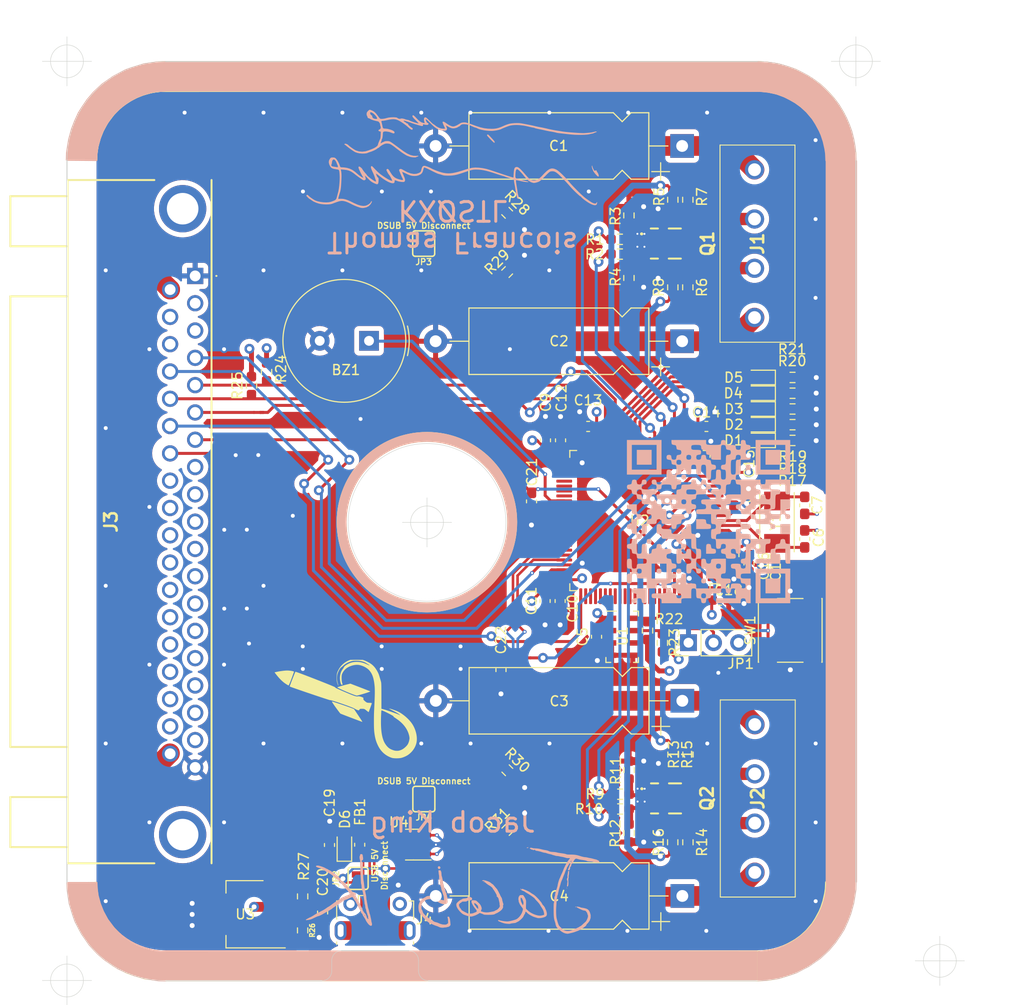
<source format=kicad_pcb>
(kicad_pcb (version 20211014) (generator pcbnew)
  (layers (0 "F.Cu" signal) (1 "In1.Cu" power "Ground") (2 "In2.Cu" power "3.3V") (31 "B.Cu" signal) (34 "B.Paste" user) (35 "F.Paste" user) (36 "B.SilkS" user "B.Silkscreen") (37 "F.SilkS" user "F.Silkscreen") (38 "B.Mask" user) (39 "F.Mask" user) (44 "Edge.Cuts" user))
  (net 0 "")
  (net 1 "GND")
  (net 2 "+3V3")
  (net 3 "/Fire_D")
  (net 4 "/Fire_C")
  (net 5 "/Fire_B")
  (net 6 "/Fire_A")
  (net 7 "/Sense_D")
  (net 8 "/Sense_C")
  (net 9 "/Sense_B")
  (net 10 "/Sense_A")
  (net 11 "+5V")
  (net 12 "Net-(C6-Pad1)")
  (net 13 "Net-(C7-Pad1)")
  (net 14 "/37 Pin DSUB/NRST")
  (net 15 "Net-(D1-Pad1)")
  (net 16 "Net-(D2-Pad1)")
  (net 17 "Net-(D3-Pad1)")
  (net 18 "Net-(D4-Pad1)")
  (net 19 "Net-(D5-Pad1)")
  (net 20 "/MCU L562VET6Q/Buzzer")
  (net 21 "/Igniter A")
  (net 22 "/Igniter B")
  (net 23 "/Igniter C")
  (net 24 "/Igniter D")
  (net 25 "/37 Pin DSUB/t_miso")
  (net 26 "/37 Pin DSUB/SWDIO")
  (net 27 "/37 Pin DSUB/Alert_scl")
  (net 28 "/37 Pin DSUB/Alert_Active")
  (net 29 "/37 Pin DSUB/Fire")
  (net 30 "/37 Pin DSUB/t_mosi")
  (net 31 "/37 Pin DSUB/t_clk")
  (net 32 "/37 Pin DSUB/SWCLK")
  (net 33 "/37 Pin DSUB/Alert_sda")
  (net 34 "/37 Pin DSUB/Fire_redundant")
  (net 35 "Net-(JP1-Pad2)")
  (net 36 "/Barometer_MS5607/SCLK")
  (net 37 "/Barometer_MS5607/SDO")
  (net 38 "/Barometer_MS5607/SDI_SDA")
  (net 74 "/MCU L562VET6Q/USB_D-")
  (net 75 "/MCU L562VET6Q/USB_D+")
  (net 77 "/MCU L562VET6Q/SPI3_SCK")
  (net 78 "/MCU L562VET6Q/SPI3_MISO")
  (net 79 "/MCU L562VET6Q/SPI3_MOSI")
  (net 112 "Net-(Q2-Pad4)")
  (net 113 "Net-(Q2-Pad2)")
  (net 114 "Net-(Q1-Pad4)")
  (net 115 "Net-(Q1-Pad2)")
  (net 121 "/MCU L562VET6Q/I2C1_EN")
  (net 122 "Net-(C20-Pad1)")
  (net 123 "Net-(D6-Pad2)")
  (net 124 "Net-(FB1-Pad2)")
  (net 125 "/USB Connector and ESD/USB_CONN_D-")
  (net 126 "/USB Connector and ESD/USB_CONN_D+")
  (net 128 "Net-(R26-Pad1)")
  (net 129 "/37 Pin DSUB/DSUB-5V")
  (net 130 "Net-(C19-Pad1)")
  (net 131 "/USB Connector and ESD/USB_5V")
  (net 132 "Net-(D1-Pad2)")
  (net 133 "Net-(D2-Pad2)")
  (net 134 "Net-(D3-Pad2)")
  (net 135 "Net-(D4-Pad2)")
  (net 136 "Net-(D5-Pad2)")
  (footprint "Capacitor_THT:CP_Axial_L18.0mm_D6.5mm_P25.00mm_Horizontal" (layer "F.Cu") (at 142.37 60.31 180)
    (fp_text reference "C1")
    (fp_text value "1500uF")
  )
  (footprint "Capacitor_THT:CP_Axial_L18.0mm_D6.5mm_P25.00mm_Horizontal" (layer "F.Cu") (at 142.37 80.12 180)
    (fp_text reference "C2")
    (fp_text value "1500uF")
  )
  (footprint "Capacitor_THT:CP_Axial_L18.0mm_D6.5mm_P25.00mm_Horizontal" (layer "F.Cu") (at 142.39 116.599 180)
    (fp_text reference "C3")
    (fp_text value "1500uF")
  )
  (footprint "Capacitor_THT:CP_Axial_L18.0mm_D6.5mm_P25.00mm_Horizontal" (layer "F.Cu") (at 142.39 136.3975 180)
    (fp_text reference "C4")
    (fp_text value "1500uF")
  )
  (footprint "RDT_Custom_Footprints:TB00250004BE" (layer "F.Cu") (at 149.71 62.72 -90)
    (fp_text reference "J1")
    (fp_text value "Terminal Block" hide)
  )
  (footprint "RDT_Custom_Footprints:TB00250004BE" (layer "F.Cu") (at 149.74 119.009 -90)
    (fp_text reference "J2")
    (fp_text value "Terminal Block" hide)
  )
  (footprint "SamacSys_Parts:SI7232DNT1GE3" (layer "F.Cu") (at 140.71401 70.21 -90)
    (fp_text reference "Q1")
    (fp_text value "SI7232DN-T1-GE3" hide)
  )
  (footprint "SamacSys_Parts:SI7232DNT1GE3" (layer "F.Cu") (at 140.735 126.5015 -90)
    (fp_text reference "Q2")
    (fp_text value "SI7232DN-T1-GE3" hide)
  )
  (footprint "RDT_Custom_Footprints:L717SDC37P1ACH4F" (layer "F.Cu") (at 92.99 73.495 -90)
    (fp_text reference "J3")
    (fp_text value "DB37_Male_MountingHoles" hide)
  )
  (footprint "Resistor_SMD:R_0603_1608Metric_Pad0.98x0.95mm_HandSolder" (layer "F.Cu") (at 136.0825 126.075)
    (fp_text reference "R9")
    (fp_text value "1k")
  )
  (footprint "Resistor_SMD:R_0603_1608Metric_Pad0.98x0.95mm_HandSolder" (layer "F.Cu") (at 136.06401 69.78)
    (fp_text reference "R1")
    (fp_text value "1k")
  )
  (footprint "Resistor_SMD:R_0603_1608Metric_Pad0.98x0.95mm_HandSolder" (layer "F.Cu") (at 153.565 83.795 180)
    (fp_text reference "R21")
    (fp_text value "820")
  )
  (footprint "Resistor_SMD:R_0603_1608Metric_Pad0.98x0.95mm_HandSolder" (layer "F.Cu") (at 142.965 122.049 90)
    (fp_text reference "R13")
    (fp_text value "100k")
  )
  (footprint "Diode_SMD:D_0603_1608Metric_Pad1.05x0.95mm_HandSolder" (layer "F.Cu") (at 108.1225 131.215 90)
    (fp_text reference "D6")
    (fp_text value "D_Schottky_Small")
  )
  (footprint "Capacitor_SMD:C_0603_1608Metric_Pad1.08x0.95mm_HandSolder" (layer "F.Cu") (at 147.62 101.8325 -90)
    (fp_text reference "C16")
    (fp_text value "100nF")
  )
  (footprint "Resistor_SMD:R_0603_1608Metric_Pad0.98x0.95mm_HandSolder" (layer "F.Cu") (at 142.955 130.954 -90)
    (fp_text reference "R14")
    (fp_text value "100k")
  )
  (footprint "Resistor_SMD:R_0603_1608Metric_Pad0.98x0.95mm_HandSolder" (layer "F.Cu") (at 136.995 130.014 -90)
    (fp_text reference "R12")
    (fp_text value "10k")
  )
  (footprint "Jumpers:SMT-JUMPER_2_NO_SILK" (layer "F.Cu") (at 116.18 126.565 180)
    (fp_text reference "JP4")
    (fp_text value "DSUB 5V Disconnect")
  )
  (footprint "LED_SMD:LED_0603_1608Metric_Pad1.05x0.95mm_HandSolder" (layer "F.Cu") (at 150.167501 86.995 180)
    (fp_text reference "D3")
    (fp_text value "Red")
  )
  (footprint "Resistor_SMD:R_0603_1608Metric_Pad0.98x0.95mm_HandSolder" (layer "F.Cu") (at 153.565 88.585 180)
    (fp_text reference "R18")
    (fp_text value "820")
  )
  (footprint "Capacitor_SMD:C_0603_1608Metric_Pad1.08x0.95mm_HandSolder" (layer "F.Cu") (at 130 106.4775 -90)
    (fp_text reference "C10")
    (fp_text value "100nF")
  )
  (footprint "Capacitor_SMD:C_0603_1608Metric_Pad1.08x0.95mm_HandSolder" (layer "F.Cu") (at 133.69 110.104111 90)
    (fp_text reference "C5")
    (fp_text value "100nF")
  )
  (footprint "Capacitor_SMD:C_0603_1608Metric_Pad1.08x0.95mm_HandSolder" (layer "F.Cu") (at 128.51 90.1725 90)
    (fp_text reference "C9")
    (fp_text value "1uF")
  )
  (footprint "Package_QFP:LQFP-100_14x14mm_P0.5mm" (layer "F.Cu") (at 138.088222 98.31478 180)
    (fp_text reference "U2")
    (fp_text value "STM32L562VET6Q")
  )
  (footprint "Capacitor_SMD:C_0603_1608Metric_Pad1.08x0.95mm_HandSolder" (layer "F.Cu") (at 144.8325 88.76478)
    (fp_text reference "C14")
    (fp_text value "100nF")
  )
  (footprint "LED_SMD:LED_0603_1608Metric_Pad1.05x0.95mm_HandSolder" (layer "F.Cu") (at 150.167501 85.395 180)
    (fp_text reference "D4")
    (fp_text value "Grn")
  )
  (footprint "Resistor_SMD:R_0603_1608Metric_Pad0.98x0.95mm_HandSolder" (layer "F.Cu") (at 141.445 122.049 -90)
    (fp_text reference "R15")
    (fp_text value "27k")
  )
  (footprint "Jumpers:SMT-JUMPER_2_NO_SILK" (layer "F.Cu") (at 109.5125 134.620001 90)
    (fp_text reference "JP2")
    (fp_text value "USB 5V Disconnect" hide)
  )
  (footprint "Buzzer_Beeper:Buzzer_TDK_PS1240P02BT_D12.2mm_H6.5mm" (layer "F.Cu") (at 110.62 80.08 180)
    (fp_text reference "BZ1")
    (fp_text value "TP124005-2")
  )
  (footprint "Resistor_SMD:R_0603_1608Metric_Pad0.98x0.95mm_HandSolder" (layer "F.Cu") (at 124.645235 123.645235 -45)
    (fp_text reference "R30")
    (fp_text value "10k")
  )
  (footprint "LED_SMD:LED_0603_1608Metric_Pad1.05x0.95mm_HandSolder" (layer "F.Cu") (at 150.167501 83.795 180)
    (fp_text reference "D5")
    (fp_text value "Red")
  )
  (footprint "Resistor_SMD:R_0603_1608Metric_Pad0.98x0.95mm_HandSolder" (layer "F.Cu") (at 136.06401 71.28)
    (fp_text reference "R2")
    (fp_text value "1k")
  )
  (footprint "Resistor_SMD:R_0603_1608Metric_Pad0.98x0.95mm_HandSolder" (layer "F.Cu") (at 138.86 109.4775 -90)
    (fp_text reference "R22")
    (fp_text value "4.7k")
  )
  (footprint "Capacitor_SMD:C_0603_1608Metric_Pad1.08x0.95mm_HandSolder" (layer "F.Cu") (at 149.15 102.675 -90)
    (fp_text reference "C17")
    (fp_text value "100nF")
  )
  (footprint "Resistor_SMD:R_0603_1608Metric_Pad0.98x0.95mm_HandSolder" (layer "F.Cu") (at 98.7 84.6225 90)
    (fp_text reference "R25")
    (fp_text value "4.7k")
  )
  (footprint "Capacitor_SMD:C_0603_1608Metric_Pad1.08x0.95mm_HandSolder" (layer "F.Cu") (at 127.1 96.3675 90)
    (fp_text reference "C21")
    (fp_text value "100nF")
  )
  (footprint "Resistor_SMD:R_0603_1608Metric_Pad0.98x0.95mm_HandSolder" (layer "F.Cu") (at 103.8875 136.442501 -90)
    (fp_text reference "R27")
    (fp_text value "240")
  )
  (footprint "Resistor_SMD:R_0603_1608Metric_Pad0.98x0.95mm_HandSolder" (layer "F.Cu") (at 153.564999 90.185 180)
    (fp_text reference "R17")
    (fp_text value "820")
  )
  (footprint "Package_TO_SOT_SMD:SOT-223-5" (layer "F.Cu") (at 98.0875 138.255001 180)
    (fp_text reference "U3")
    (fp_text value "LP38692MPX-ADJ")
  )
  (footprint "Capacitor_SMD:C_0603_1608Metric_Pad1.08x0.95mm_HandSolder" (layer "F.Cu") (at 109.6725 131.202502 -90)
    (fp_text reference "FB1")
    (fp_text value "Ferrite_Bead_Small")
  )
  (footprint "Connector_PinHeader_2.54mm:PinHeader_1x03_P2.54mm_Vertical" (layer "F.Cu") (at 143.015 110.705 90)
    (fp_text reference "JP1")
    (fp_text value "Debug Jumper")
  )
  (footprint "Resistor_SMD:R_0603_1608Metric_Pad0.98x0.95mm_HandSolder" (layer "F.Cu") (at 124.626745 67.092735 -45)
    (fp_text reference "R28")
    (fp_text value "10k")
  )
  (footprint "Resistor_SMD:R_0603_1608Metric_Pad0.98x0.95mm_HandSolder" (layer "F.Cu") (at 153.565 86.995 180)
    (fp_text reference "R19")
    (fp_text value "820")
  )
  (footprint "Resistor_SMD:R_0603_1608Metric_Pad0.98x0.95mm_HandSolder" (layer "F.Cu") (at 141.42401 65.7675 -90)
    (fp_text reference "R7")
    (fp_text value "27k")
  )
  (footprint "Resistor_SMD:R_0603_1608Metric_Pad0.98x0.95mm_HandSolder" (layer "F.Cu") (at 140.365 110.7225 -90)
    (fp_text reference "R23")
    (fp_text value "4.7k")
  )
  (footprint "Resistor_SMD:R_0603_1608Metric_Pad0.98x0.95mm_HandSolder" (layer "F.Cu") (at 141.42401 74.6525 90)
    (fp_text reference "R8")
    (fp_text value "27k")
  )
  (footprint "Resistor_SMD:R_0603_1608Metric_Pad0.98x0.95mm_HandSolder" (layer "F.Cu") (at 136.97401 73.7025 -90)
    (fp_text reference "R4")
    (fp_text value "10k")
  )
  (footprint "Resistor_SMD:R_0603_1608Metric_Pad0.98x0.95mm_HandSolder" (layer "F.Cu") (at 136.0825 127.575)
    (fp_text reference "R10")
    (fp_text value "1k")
  )
  (footprint "RDT_Custom_Footprints:XTAL_ABM7-32.000MHZ-D2Y-T" (layer "F.Cu") (at 151.987161 98.479093 90)
    (fp_text reference "Y1")
    (fp_text value "32MHz")
  )
  (footprint "Capacitor_SMD:C_0603_1608Metric_Pad1.08x0.95mm_HandSolder" (layer "F.Cu") (at 154.79791 100.174093 90)
    (fp_text reference "C6")
    (fp_text value "30pF")
  )
  (footprint "Package_TO_SOT_SMD:SOT-23-6" (layer "F.Cu") (at 115.12 131.19 180)
    (fp_text reference "U4")
    (fp_text value "USBLC6-2SC6")
  )
  (footprint "Button_Switch_SMD:SW_SPST_PTS645" (layer "F.Cu") (at 153.33 109.455 90)
    (fp_text reference "SW1")
    (fp_text value "MCU Reset")
  )
  (footprint "Capacitor_SMD:C_0603_1608Metric_Pad1.08x0.95mm_HandSolder" (layer "F.Cu") (at 146.23 106.385)
    (fp_text reference "C18")
    (fp_text value "100nF")
  )
  (footprint "Package_LGA:LGA-8_3x5mm_P1.25mm" (layer "F.Cu") (at 136.29 110.104111)
    (fp_text reference "U1")
    (fp_text value "MS5607-02BA")
  )
  (footprint "Capacitor_SMD:C_0603_1608Metric_Pad1.08x0.95mm_HandSolder" (layer "F.Cu") (at 147.62 92.5625 90)
    (fp_text reference "C15")
    (fp_text value "100nF")
  )
  (footprint "Resistor_SMD:R_0603_1608Metric_Pad0.98x0.95mm_HandSolder" (layer "F.Cu") (at 103.8875 139.892501 -90)
    (fp_text reference "R26")
    (fp_text value "390")
  )
  (footprint "Capacitor_SMD:C_0603_1608Metric_Pad1.08x0.95mm_HandSolder" (layer "F.Cu") (at 132.838222 88.76478 180)
    (fp_text reference "C13")
    (fp_text value "100nF")
  )
  (footprint "Capacitor_SMD:C_0603_1608Metric_Pad1.08x0.95mm_HandSolder" (layer "F.Cu") (at 124 113.49 90)
    (fp_text reference "C22")
    (fp_text value "100nF")
  )
  (footprint "Graphics:RDT_Rocket" (layer "F.Cu") (at 108.25 117.45 90)
    (fp_text reference "G***" hide)
    (fp_text value "LOGO" hide)
  )
  (footprint "Jumpers:SMT-JUMPER_2_NO_SILK" (layer "F.Cu") (at 116.16151 70.2125 180)
    (fp_text reference "JP3")
    (fp_text value "DSUB 5V Disconnect")
  )
  (footprint "Capacitor_SMD:C_0603_1608Metric_Pad1.08x0.95mm_HandSolder" (layer "F.Cu") (at 105.9125 138.080001 -90)
    (fp_text reference "C20")
    (fp_text value "1uF")
  )
  (footprint "Resistor_SMD:R_0603_1608Metric_Pad0.98x0.95mm_HandSolder" (layer "F.Cu") (at 142.94401 74.65 -90)
    (fp_text reference "R6")
    (fp_text value "100k")
  )
  (footprint "Resistor_SMD:R_0603_1608Metric_Pad0.98x0.95mm_HandSolder" (layer "F.Cu") (at 153.565 85.395 180)
    (fp_text reference "R20")
    (fp_text value "820")
  )
  (footprint "Connector_USB:USB_Micro-B_Molex-105017-0001" (layer "F.Cu") (at 111.24 138.67)
    (fp_text reference "J4")
    (fp_text value "10118192-0001LF")
  )
  (footprint "Resistor_SMD:R_0603_1608Metric_Pad0.98x0.95mm_HandSolder" (layer "F.Cu") (at 136.97401 67.3575 90)
    (fp_text reference "R3")
    (fp_text value "10k")
  )
  (footprint "Resistor_SMD:R_0603_1608Metric_Pad0.98x0.95mm_HandSolder" (layer "F.Cu") (at 124.645235 129.704765 45)
    (fp_text reference "R31")
    (fp_text value "10k")
  )
  (footprint "Resistor_SMD:R_0603_1608Metric_Pad0.98x0.95mm_HandSolder" (layer "F.Cu") (at 142.94401 65.7675 90)
    (fp_text reference "R5")
    (fp_text value "100k")
  )
  (footprint "Capacitor_SMD:C_0603_1608Metric_Pad1.08x0.95mm_HandSolder" (layer "F.Cu") (at 128.475 106.477501 -90)
    (fp_text reference "C11")
    (fp_text value "100nF")
  )
  (footprint "LED_SMD:LED_0603_1608Metric_Pad1.05x0.95mm_HandSolder" (layer "F.Cu") (at 150.167501 88.585 180)
    (fp_text reference "D2")
    (fp_text value "Grn")
  )
  (footprint "LED_SMD:LED_0603_1608Metric_Pad1.05x0.95mm_HandSolder" (layer "F.Cu") (at 150.167498 90.185 180)
    (fp_text reference "D1")
    (fp_text value "Red")
  )
  (footprint "Capacitor_SMD:C_0603_1608Metric_Pad1.08x0.95mm_HandSolder" (layer "F.Cu") (at 130.04 90.172499 90)
    (fp_text reference "C12")
    (fp_text value "100nF")
  )
  (footprint "Capacitor_SMD:C_0603_1608Metric_Pad1.08x0.95mm_HandSolder" (layer "F.Cu") (at 147.62 95.942499 90)
    (fp_text reference "C8")
    (fp_text value "100nF")
  )
  (footprint "Resistor_SMD:R_0603_1608Metric_Pad0.98x0.95mm_HandSolder" (layer "F.Cu") (at 100.23 83.2325 90)
    (fp_text reference "R24")
    (fp_text value "4.7k")
  )
  (footprint "Resistor_SMD:R_0603_1608Metric_Pad0.98x0.95mm_HandSolder" (layer "F.Cu") (at 136.995 123.629 90)
    (fp_text reference "R11")
    (fp_text value "10k")
  )
  (footprint "Resistor_SMD:R_0603_1608Metric_Pad0.98x0.95mm_HandSolder" (layer "F.Cu") (at 141.415 130.9515 90)
    (fp_text reference "R16")
    (fp_text value "27k")
  )
  (footprint "Resistor_SMD:R_0603_1608Metric_Pad0.98x0.95mm_HandSolder" (layer "F.Cu") (at 124.626745 73.102265 45)
    (fp_text reference "R29")
    (fp_text value "10k")
  )
  (footprint "Capacitor_SMD:C_0603_1608Metric_Pad1.08x0.95mm_HandSolder" (layer "F.Cu") (at 154.79791 96.77257 -90)
    (fp_text reference "C7")
    (fp_text value "30pF")
  )
  (footprint "Capacitor_SMD:C_0603_1608Metric_Pad1.08x0.95mm_HandSolder" (layer "F.Cu") (at 106.6125 131.2275 90)
    (fp_text reference "C19")
    (fp_text value "0.1uF")
  )
  (footprint "Custom_Graphics:ThomasFSignature" (layer "B.Cu") (at 119.224499 61.669271)
    (fp_text reference "G***" hide)
    (fp_text value "LOGO" hide)
  )
  (footprint "Graphics:JacobKSignature" (layer "B.Cu") (at 119.041407 135.789271 180)
    (fp_text reference "G***" hide)
    (fp_text value "LOGO" hide)
  )
  (footprint "Graphics:Pyro_Charges_QR" (layer "B.Cu") (at 145 98.47 180)
    (fp_text reference "G***" hide)
    (fp_text value "LOGO" hide)
  )
  (gr_poly (pts (xy 150.015355 51.756213) (xy 89.990355 51.761213) (xy 90.015355 54.726213) (xy 150.124642 54.766214)) (layer "B.SilkS") (width 0.1) (fill solid))
  (gr_poly (pts (xy 149.948456 142.01632) (xy 89.703455 141.97632) (xy 89.918395 144.99132) (xy 149.948455 144.99132)) (layer "B.SilkS") (width 0.1) (fill solid))
  (gr_poly (pts (xy 80.062255 135.056106) (xy 80.102255 135.866106) (xy 80.292256 137.146106) (xy 80.682256 138.406106) (xy 80.892255 138.996107) (xy 81.552255 140.246107) (xy 82.332255 141.366106) (xy 83.172255 142.266106) (xy 83.912255 142.896107) (xy 84.702257 143.436106) (xy 85.262255 143.786107) (xy 86.092255 144.166107) (xy 86.892255 144.476106) (xy 87.942256 144.766105) (xy 88.542255 144.866106) (xy 89.312256 144.986106) (xy 90.052194 145.006106) (xy 90.082255 142.006106) (xy 89.92297 142.006105) (xy 89.442257 141.986106) (xy 88.672255 141.886107) (xy 87.702255 141.606106) (xy 87.082255 141.356107) (xy 86.482255 141.036106) (xy 85.782255 140.576106) (xy 85.342255 140.206106) (xy 84.762255 139.616106) (xy 84.132256 138.776106) (xy 83.692255 137.966107) (xy 83.382255 137.186106) (xy 83.162255 136.386106) (xy 83.072255 135.786106) (xy 83.032255 135.031106) (xy 80.057255 135.031107) (xy 80.057255 135.056107)) (layer "B.SilkS") (width 0.1) (fill solid))
  (gr_circle (center 116.49 98.475) (end 125.14 98.475) (layer "B.SilkS") (width 1) (fill none))
  (gr_poly (pts (xy 160.057255 61.831106) (xy 157.057255 61.821106) (xy 157.057255 134.981106) (xy 160.057255 134.981106)) (layer "B.SilkS") (width 0.1) (fill solid))
  (gr_poly (pts (xy 89.655355 51.761213) (xy 89.063455 51.78632) (xy 87.783455 51.97632) (xy 86.523455 52.36632) (xy 85.933456 52.57632) (xy 84.683456 53.23632) (xy 83.563455 54.01632) (xy 82.663456 54.85632) (xy 82.033456 55.59632) (xy 81.493456 56.38632) (xy 81.143455 56.946321) (xy 80.763455 57.77632) (xy 80.453456 58.57632) (xy 80.163456 59.626321) (xy 80.063455 60.22632) (xy 79.943456 60.99632) (xy 79.923455 61.736259) (xy 82.923456 61.766321) (xy 82.923457 61.607034) (xy 82.943456 61.126321) (xy 83.043455 60.35632) (xy 83.323456 59.38632) (xy 83.573456 58.76632) (xy 83.893455 58.16632) (xy 84.353456 57.46632) (xy 84.723455 57.026321) (xy 85.313455 56.44632) (xy 86.153455 55.81632) (xy 86.963456 55.37632) (xy 87.743455 55.06632) (xy 88.543455 54.84632) (xy 89.143455 54.756319) (xy 90.015355 54.726213) (xy 89.990355 51.761213) (xy 89.855355 51.761214)) (layer "B.SilkS") (width 0.1) (fill solid))
  (gr_poly (pts (xy 159.923455 61.72632) (xy 159.893456 61.06632) (xy 159.823455 60.36632) (xy 159.683455 59.58632) (xy 159.493455 58.82632) (xy 159.223455 58.076321) (xy 158.933455 57.41632) (xy 158.603456 56.79632) (xy 158.173456 56.07632) (xy 157.673455 55.42632) (xy 157.293456 54.99632) (xy 156.803455 54.48632) (xy 156.403456 54.11632) (xy 155.963456 53.776321) (xy 155.513455 53.44632) (xy 154.843456 53.03632) (xy 154.283455 52.74632) (xy 153.783455 52.50632) (xy 153.143455 52.27632) (xy 152.423456 52.05632) (xy 151.923455 51.936321) (xy 151.543455 51.87632) (xy 151.113455 51.81632) (xy 150.593455 51.776321) (xy 150.033455 51.74632) (xy 149.903455 51.74632) (xy 150.013455 54.736321) (xy 150.043456 54.73632) (xy 151.023456 54.83632) (xy 151.883455 55.01632) (xy 152.693456 55.31632) (xy 153.243456 55.59632) (xy 153.823455 55.926321) (xy 154.393455 56.33632) (xy 154.963456 56.85632) (xy 155.563455 57.56632) (xy 155.893456 58.08632) (xy 156.283455 58.806321) (xy 156.463456 59.22632) (xy 156.673455 59.86632) (xy 156.843456 60.61632) (xy 156.913455 61.076321) (xy 156.943456 61.79632) (xy 159.923455 61.79632)) (layer "B.SilkS") (width 0.1) (fill solid))
  (gr_poly (pts (xy 160.015356 61.751214) (xy 159.985355 61.091212) (xy 159.915355 60.391213) (xy 159.775355 59.611213) (xy 159.585355 58.851213) (xy 159.315355 58.101214) (xy 159.025357 57.441213) (xy 158.695356 56.821213) (xy 158.265355 56.101213) (xy 157.765356 55.451214) (xy 157.385355 55.021213) (xy 156.895355 54.511213) (xy 156.495355 54.141213) (xy 156.055355 53.801214) (xy 155.605355 53.471213) (xy 154.935356 53.061213) (xy 154.375355 52.771213) (xy 153.875355 52.531213) (xy 153.235354 52.301213) (xy 152.515355 52.081213) (xy 152.015356 51.961213) (xy 151.635355 51.901214) (xy 151.205356 51.841213) (xy 150.685356 51.801213) (xy 150.125355 51.771213) (xy 149.995356 51.771213) (xy 150.105356 54.761213) (xy 150.135356 54.761213) (xy 151.115355 54.861213) (xy 151.975355 55.041213) (xy 152.785356 55.341213) (xy 153.335356 55.621213) (xy 153.915355 55.951214) (xy 154.485354 56.361213) (xy 155.055355 56.881213) (xy 155.655355 57.591213) (xy 155.985356 58.111213) (xy 156.375355 58.831214) (xy 156.555356 59.251213) (xy 156.765355 59.891213) (xy 156.935355 60.641213) (xy 157.005355 61.101214) (xy 157.035355 61.821213) (xy 160.015356 61.821213)) (layer "B.SilkS") (width 0.1) (fill solid))
  (gr_poly (pts (xy 150.065356 145.011214) (xy 150.875355 144.971213) (xy 152.155355 144.781213) (xy 153.415355 144.391213) (xy 154.005356 144.181213) (xy 155.255356 143.521213) (xy 156.375355 142.741214) (xy 157.275355 141.901213) (xy 157.905356 141.161213) (xy 158.445356 140.371213) (xy 158.795356 139.811213) (xy 159.175355 138.981213) (xy 159.485355 138.181214) (xy 159.775356 137.131213) (xy 159.875356 136.531214) (xy 159.995355 135.761213) (xy 160.015356 135.021275) (xy 157.015355 134.991214) (xy 157.015354 135.150499) (xy 156.995356 135.631213) (xy 156.895355 136.401213) (xy 156.615355 137.371213) (xy 156.365356 137.991213) (xy 156.045355 138.591214) (xy 155.585355 139.291213) (xy 155.215355 139.731213) (xy 154.625355 140.311213) (xy 153.785355 140.941213) (xy 152.975356 141.381213) (xy 152.195355 141.691214) (xy 151.395356 141.911214) (xy 150.795356 142.001213) (xy 150.040355 142.041213) (xy 150.040355 145.016214) (xy 150.065356 145.016213)) (layer "B.SilkS") (width 0.1) (fill solid))
  (gr_poly (pts (xy 150.015355 51.761214) (xy 89.990355 51.766213) (xy 90.015355 54.731213) (xy 150.124642 54.771213)) (layer "B.SilkS") (width 0.1) (fill solid))
  (gr_arc (start 157.015355 135.011213) (mid 155.05266 139.871827) (end 150.265196 142.006755) (layer "B.SilkS") (width 0.12))
  (gr_poly (pts (xy 79.978456 135.07132) (xy 80.018455 135.88132) (xy 80.208455 137.16132) (xy 80.598455 138.421322) (xy 80.808456 139.01132) (xy 81.468456 140.26132) (xy 82.248455 141.381321) (xy 83.088455 142.28132) (xy 83.828456 142.91132) (xy 84.618455 143.451321) (xy 85.178456 143.80132) (xy 86.008455 144.18132) (xy 86.808455 144.49132) (xy 87.858455 144.781319) (xy 88.458456 144.88132) (xy 89.228455 145.00132) (xy 89.968394 145.02132) (xy 89.998456 142.02132) (xy 89.839169 142.021319) (xy 89.358456 142.00132) (xy 88.588455 141.90132) (xy 87.618455 141.62132) (xy 86.998456 141.37132) (xy 86.398455 141.05132) (xy 85.698455 140.59132) (xy 85.258456 140.22132) (xy 84.678455 139.63132) (xy 84.048455 138.79132) (xy 83.608456 137.98132) (xy 83.298456 137.20132) (xy 83.078456 136.40132) (xy 82.988454 135.80132) (xy 82.948456 135.04632) (xy 79.973455 135.04632) (xy 79.973456 135.071321)) (layer "B.SilkS") (width 0.1) (fill solid))
  (gr_poly (pts (xy 89.965355 51.771213) (xy 89.155355 51.811214) (xy 87.875355 52.001213) (xy 86.615355 52.391213) (xy 86.025356 52.601213) (xy 84.775356 53.261213) (xy 83.655355 54.041213) (xy 82.755355 54.881213) (xy 82.125355 55.621213) (xy 81.585355 56.411213) (xy 81.235356 56.971213) (xy 80.855355 57.801214) (xy 80.545355 58.601213) (xy 80.255356 59.651214) (xy 80.155355 60.251213) (xy 80.035355 61.021213) (xy 80.015356 61.761152) (xy 83.015355 61.791213) (xy 83.015357 61.631927) (xy 83.035356 61.151214) (xy 83.135355 60.381213) (xy 83.415356 59.411213) (xy 83.665356 58.791213) (xy 83.985355 58.191213) (xy 84.445356 57.491213) (xy 84.815356 57.051214) (xy 85.405355 56.471213) (xy 86.245355 55.841213) (xy 87.055356 55.401213) (xy 87.835355 55.091213) (xy 88.635355 54.871213) (xy 89.235356 54.781213) (xy 89.990356 54.741213) (xy 89.990355 51.766213) (xy 89.965355 51.766213)) (layer "B.SilkS") (width 0.1) (fill solid))
  (gr_poly (pts (xy 159.973456 61.84632) (xy 156.973455 61.836321) (xy 156.973455 134.99632) (xy 159.973456 134.99632)) (layer "B.SilkS") (width 0.1) (fill solid))
  (gr_arc (start 89.235894 142.013545) (mid 84.73406 139.718001) (end 82.8981 135.01) (layer "F.SilkS") (width 0.12))
  (gr_poly (pts (xy 160.0319 134.930107) (xy 157.0319 134.940107) (xy 157.0319 61.780107) (xy 160.0319 61.780107)) (layer "F.SilkS") (width 0.1) (fill solid))
  (gr_poly (pts (xy 149.9231 54.744893) (xy 89.6781 54.784893) (xy 89.893039 51.769893) (xy 149.9231 51.769893)) (layer "F.SilkS") (width 0.1) (fill solid))
  (gr_poly (pts (xy 159.8981 135.034893) (xy 159.8681 135.694893) (xy 159.7981 136.394893) (xy 159.6581 137.174893) (xy 159.4681 137.934893) (xy 159.1981 138.684893) (xy 158.9081 139.344893) (xy 158.5781 139.964893) (xy 158.1481 140.684893) (xy 157.6481 141.334893) (xy 157.2681 141.764893) (xy 156.7781 142.274893) (xy 156.3781 142.644893) (xy 155.9381 142.984893) (xy 155.4881 143.314893) (xy 154.8181 143.724893) (xy 154.2581 144.014893) (xy 153.7581 144.254893) (xy 153.1181 144.484893) (xy 152.3981 144.704893) (xy 151.8981 144.824893) (xy 151.5181 144.884893) (xy 151.0881 144.944893) (xy 150.5681 144.984893) (xy 150.0081 145.014893) (xy 149.8781 145.014893) (xy 149.9881 142.024893) (xy 150.0181 142.024893) (xy 150.9981 141.924893) (xy 151.8581 141.744893) (xy 152.6681 141.444893) (xy 153.2181 141.164893) (xy 153.7981 140.834893) (xy 154.3681 140.424893) (xy 154.9381 139.904893) (xy 155.5381 139.194893) (xy 155.8681 138.674893) (xy 156.2581 137.954893) (xy 156.4381 137.534893) (xy 156.6481 136.894893) (xy 156.8181 136.144893) (xy 156.8881 135.684893) (xy 156.9181 134.964893) (xy 159.8981 134.964893)) (layer "F.SilkS") (width 0.1) (fill solid))
  (gr_arc (start 82.99 61.75) (mid 85.040253 56.800253) (end 89.99 54.75) (layer "F.SilkS") (width 0.12))
  (gr_poly (pts (xy 149.99 145.005) (xy 89.965 145) (xy 89.99 142.035) (xy 150.099286 141.995)) (layer "F.SilkS") (width 0.1) (fill solid))
  (gr_poly (pts (xy 150.04 51.755) (xy 150.85 51.795) (xy 152.13 51.985) (xy 153.39 52.375) (xy 153.98 52.585) (xy 155.23 53.245) (xy 156.35 54.025) (xy 157.25 54.865) (xy 157.88 55.605) (xy 158.42 56.395) (xy 158.77 56.955) (xy 159.15 57.785) (xy 159.46 58.585) (xy 159.75 59.635) (xy 159.85 60.235) (xy 159.97 61.005) (xy 159.99 61.744939) (xy 156.99 61.775) (xy 156.989999 61.615714) (xy 156.97 61.135) (xy 156.87 60.365) (xy 156.59 59.395) (xy 156.34 58.775) (xy 156.02 58.175) (xy 155.56 57.475) (xy 155.19 57.035) (xy 154.6 56.455) (xy 153.76 55.825) (xy 152.95 55.385) (xy 152.17 55.075) (xy 151.37 54.855) (xy 150.77 54.765) (xy 150.015 54.725) (xy 150.015 51.75) (xy 150.04 51.75)) (layer "F.SilkS") (width 0.1) (fill solid))
  (gr_arc (start 82.99 61.75) (mid 85.040253 56.800253) (end 89.99 54.75) (layer "F.SilkS") (width 0.12))
  (gr_poly (pts (xy 150.04 51.755) (xy 150.85 51.795) (xy 152.13 51.985) (xy 153.39 52.375) (xy 153.98 52.585) (xy 155.23 53.245) (xy 156.35 54.025) (xy 157.25 54.865) (xy 157.88 55.605) (xy 158.42 56.395) (xy 158.77 56.955) (xy 159.15 57.785) (xy 159.46 58.585) (xy 159.75 59.635) (xy 159.85 60.235) (xy 159.97 61.005) (xy 159.99 61.744939) (xy 156.99 61.775) (xy 156.989999 61.615714) (xy 156.97 61.135) (xy 156.87 60.365) (xy 156.59 59.395) (xy 156.34 58.775) (xy 156.02 58.175) (xy 155.56 57.475) (xy 155.19 57.035) (xy 154.6 56.455) (xy 153.76 55.825) (xy 152.95 55.385) (xy 152.17 55.075) (xy 151.37 54.855) (xy 150.77 54.765) (xy 150.015 54.725) (xy 150.015 51.75) (xy 150.04 51.75)) (layer "F.SilkS") (width 0.1) (fill solid))
  (gr_arc (start 150.239841 54.75446) (mid 155.027305 56.889387) (end 156.99 61.75) (layer "F.SilkS") (width 0.12))
  (gr_poly (pts (xy 89.77 144.975) (xy 89.18 144.945) (xy 87.884137 144.817343) (xy 86.624137 144.427343) (xy 86.034137 144.217343) (xy 84.784137 143.557343) (xy 83.664137 142.777343) (xy 82.764137 141.937343) (xy 82.134137 141.197343) (xy 81.594137 140.407343) (xy 81.244137 139.847343) (xy 80.864137 139.017343) (xy 80.554137 138.217343) (xy 80.264138 137.167343) (xy 80.164137 136.567343) (xy 80.044137 135.797343) (xy 80.024137 135.057404) (xy 83.024137 135.027343) (xy 83.024138 135.186629) (xy 83.044137 135.667342) (xy 83.144137 136.437343) (xy 83.424137 137.407343) (xy 83.674137 138.027343) (xy 83.994137 138.627343) (xy 84.454137 139.327343) (xy 84.824137 139.767343) (xy 85.414137 140.347343) (xy 86.254137 140.977343) (xy 87.064137 141.417343) (xy 87.844137 141.727343) (xy 88.644137 141.947343) (xy 89.26 142.015) (xy 90.11 142.035) (xy 90.11 144.985) (xy 89.96 144.985)) (layer "F.SilkS") (width 0.1) (fill solid))
  (gr_poly (pts (xy 150.015 54.72) (xy 89.77 54.76) (xy 89.984939 51.745) (xy 150.015 51.745)) (layer "F.SilkS") (width 0.1) (fill solid))
  (gr_arc (start 89.235894 142.013545) (mid 84.73406 139.718001) (end 82.8981 135.01) (layer "F.SilkS") (width 0.12))
  (gr_poly (pts (xy 80.0369 61.705107) (xy 80.0769 60.895107) (xy 80.2669 59.615107) (xy 80.6569 58.355107) (xy 80.8669 57.765107) (xy 81.5269 56.515107) (xy 82.3069 55.395107) (xy 83.1469 54.495107) (xy 83.8869 53.865107) (xy 84.6769 53.325107) (xy 85.2369 52.975107) (xy 86.0669 52.595107) (xy 86.8669 52.285107) (xy 87.9169 51.995108) (xy 88.5169 51.895107) (xy 89.2869 51.775107) (xy 90.026839 51.755107) (xy 90.0569 54.755107) (xy 89.897614 54.755108) (xy 89.416901 54.775107) (xy 88.6469 54.875107) (xy 87.6769 55.155107) (xy 87.0569 55.405107) (xy 86.4569 55.725107) (xy 85.7569 56.185107) (xy 85.3169 56.555107) (xy 84.7369 57.145107) (xy 84.1069 57.985107) (xy 83.6669 58.795107) (xy 83.3569 59.575107) (xy 83.1369 60.375107) (xy 83.046899 60.975107) (xy 83.0069 61.730107) (xy 80.0319 61.730107) (xy 80.0319 61.705106)) (layer "F.SilkS") (width 0.1) (fill solid))
  (gr_circle (center 116.49 98.475) (end 125.14 98.475) (layer "F.SilkS") (width 1) (fill none))
  (gr_arc (start 159.99 135) (mid 157.061068 142.071068) (end 149.99 145) (layer "Edge.Cuts") (width 0.05))
  (gr_arc (start 106.84 142.952892) (mid 107.132893 142.245785) (end 107.84 141.952892) (layer "Edge.Cuts") (width 0.05))
  (gr_arc (start 106.84 144) (mid 106.547107 144.707107) (end 105.84 145) (layer "Edge.Cuts") (width 0.05))
  (gr_line (start 79.99 135) (end 79.99 61.75) (layer "Edge.Cuts") (width 0.1))
  (gr_line (start 105.84 145) (end 89.99 145) (layer "Edge.Cuts") (width 0.1))
  (gr_arc (start 149.99 51.75) (mid 157.061068 54.678932) (end 159.99 61.75) (layer "Edge.Cuts") (width 0.05))
  (gr_line (start 159.99 61.75) (end 159.99 135) (layer "Edge.Cuts") (width 0.1))
  (gr_line (start 89.99 51.75) (end 149.99 51.75) (layer "Edge.Cuts") (width 0.1))
  (gr_arc (start 89.99 145) (mid 82.918932 142.071068) (end 79.99 135) (layer "Edge.Cuts") (width 0.05))
  (gr_arc (start 79.99 61.75) (mid 82.918932 54.678932) (end 89.99 51.75) (layer "Edge.Cuts") (width 0.05))
  (gr_arc (start 114.640001 141.949999) (mid 115.347107 142.242892) (end 115.64 142.949999) (layer "Edge.Cuts") (width 0.05))
  (gr_line (start 114.640001 141.949999) (end 107.84 141.952892) (layer "Edge.Cuts") (width 0.1))
  (gr_circle (center 116.5 98.5) (end 124.5 98.5) (layer "Edge.Cuts") (width 0.05) (fill none))
  (gr_line (start 115.64 142.949999) (end 115.64 143.999999) (layer "Edge.Cuts") (width 0.05))
  (gr_line (start 149.99 145) (end 116.64 145) (layer "Edge.Cuts") (width 0.1))
  (gr_line (start 106.84 142.952892) (end 106.84 144) (layer "Edge.Cuts") (width 0.05))
  (gr_arc (start 116.64 145) (mid 115.932892 144.707107) (end 115.64 143.999999) (layer "Edge.Cuts") (width 0.05))
  (gr_text "Thomas Francois\nKXØSTL" (at 119.090001 68.469537 180) (layer "B.SilkS") (effects (font (size 2 2) (thickness 0.3)) (justify mirror)))
  (gr_text "Jacob King" (at 119.09 128.919271) (layer "B.SilkS") (effects (font (size 2 2) (thickness 0.3)) (justify mirror)))
  (gr_text "USB 5V\nDisconnect" (at 111.71 133.32 90) (layer "F.SilkS") (effects (font (size 0.6096 0.6096) (thickness 0.127))))
  (target plus (at 79.99 144.975) (size 5) (width 0.05) (layer "Edge.Cuts"))
  (target plus (at 79.99 51.725) (size 5) (width 0.05) (layer "Edge.Cuts"))
  (target plus (at 159.99 51.725) (size 5) (width 0.05) (layer "Edge.Cuts"))
  (target plus (at 168.5 142.98) (size 5) (width 0.05) (layer "Edge.Cuts"))
  (target plus (at 116.5 98.5) (size 5) (width 0.05) (layer "Edge.Cuts"))
  (segment (start 141.42401 66.68) (end 139.93401 66.68) (width 0.8) (layer "F.Cu") (net 1))
  (segment (start 126.33151 71.3975) (end 126.38151 71.3975) (width 0.8) (layer "F.Cu") (net 1))
  (segment (start 106.6125 130.365) (end 106.6125 128.84) (width 0.8) (layer "F.Cu") (net 1))
  (segment (start 130.413222 103.81478) (end 131.19022 103.81478) (width 0.3) (layer "F.Cu") (net 1))
  (segment (start 144.90522 90.63978) (end 145.28 90.265) (width 0.3) (layer "F.Cu") (net 1))
  (segment (start 133.69 110.966611) (end 133.69 111.524111) (width 0.5) (layer "F.Cu") (net 1))
  (segment (start 136.98401 74.625) (end 138.44901 74.625) (width 0.8) (layer "F.Cu") (net 1))
  (segment (start 138.54901 69.23) (end 137.83901 69.23) (width 0.4) (layer "F.Cu") (net 1))
  (segment (start 128.475 108.89) (end 128.47 108.895) (width 0.3) (layer "F.Cu") (net 1))
  (segment (start 125.29047 124.29047) (end 126.4 125.4) (width 0.8) (layer "F.Cu") (net 1))
  (segment (start 138.57 125.5215) (end 137.86 125.5215) (width 0.4) (layer "F.Cu") (net 1))
  (segment (start 138.47 122.7165) (end 138.475 122.7115) (width 0.8) (layer "F.Cu") (net 1))
  (segment (start 116.2575 131.19) (end 117.392499 131.19) (width 0.261112) (layer "F.Cu") (net 1))
  (segment (start 154.805321 97.642481) (end 156.035347 97.642481) (width 0.3) (layer "F.Cu") (net 1))
  (segment (start 126.33151 68.7975) (end 126.38151 68.7975) (width 0.8) (layer "F.Cu") (net 1))
  (segment (start 133.905 110.729111) (end 135.215 110.729111) (width 0.5) (layer "F.Cu") (net 1))
  (segment (start 143.96022 99.81478) (end 143.96 99.815) (width 0.3) (layer "F.Cu") (net 1))
  (segment (start 128.51 89.31) (end 128.51 87.755) (width 0.3) (layer "F.Cu") (net 1))
  (segment (start 127.1 97.23) (end 127.1 98.755) (width 0.8) (layer "F.Cu") (net 1))
  (segment (start 117.392499 131.19) (end 117.4025 131.200001) (width 0.261112) (layer "F.Cu") (net 1))
  (segment (start 113.039999 135.300001) (end 113.5825 135.300001) (width 0.4) (layer "F.Cu") (net 1))
  (segment (start 148.29 106.385) (end 148.64 106.735) (width 0.3) (layer "F.Cu") (net 1))
  (segment (start 141.415 130.039) (end 139.9325 130.039) (width 0.8) (layer "F.Cu") (net 1))
  (segment (start 149.094999 95.079999) (end 149.1 95.085) (width 0.3) (layer "F.Cu") (net 1))
  (segment (start 155.952499 85.395) (end 155.962499 85.385) (width 0.8) (layer "F.Cu") (net 1))
  (segment (start 155.59 113.465) (end 153.35 113.465) (width 0.3) (layer "F.Cu") (net 1))
  (segment (start 139.185 125.5215) (end 138.57 125.5215) (width 0.4) (layer "F.Cu") (net 1))
  (segment (start 139.11901 69.235) (end 139.45401 69.235) (width 0.4) (layer "F.Cu") (net 1))
  (segment (start 147.62 95.079999) (end 149.094999 95.079999) (width 0.3) (layer "F.Cu") (net 1))
  (segment (start 145.763222 99.81478) (end 143.96022 99.81478) (width 0.3) (layer "F.Cu") (net 1))
  (segment (start 105.3625 140.805001) (end 105.5625 140.605001) (width 0.5) (layer "F.Cu") (net 1))
  (segment (start 125.29047 129.05953) (end 126.35 128) (width 0.8) (layer "F.Cu") (net 1))
  (segment (start 147.62 102.695) (end 147.62 104.245) (width 0.3) (layer "F.Cu") (net 1))
  (segment (start 149.15 103.555) (end 149.15 105.105) (width 0.3) (layer "F.Cu") (net 1))
  (segment (start 147.62 91.7) (end 149.095 91.7) (width 0.3) (layer "F.Cu") (net 1))
  (segment (start 143.088222 104.176778) (end 143.09 104.175) (width 0.3) (layer "F.Cu") (net 1))
  (segment (start 103.8875 140.805001) (end 105.3625 140.805001) (width 0.5) (layer "F.Cu") (net 1))
  (segment (start 154.477499 90.185) (end 155.942499 90.185) (width 0.8) (layer "F.Cu") (net 1))
  (segment (start 138.43901 66.445) (end 138.46401 66.47) (width 0.8) (layer "F.Cu") (net 1))
  (segment (start 155.962499 83.795) (end 155.972499 83.805) (width 0.8) (layer "F.Cu") (net 1))
  (segment (start 125.27198 67.73797) (end 126.33151 68.7975) (width 0.8) (layer "F.Cu") (net 1))
  (segment (start 147.0925 106.385) (end 148.29 106.385) (width 0.3) (layer "F.Cu") (net 1))
  (segment (start 112.54 135.8) (end 113.039999 135.300001) (width 0.4) (layer "F.Cu") (net 1))
  (segment (start 139.185 126.8265) (end 138.57 126.8265) (width 0.4) (layer "F.Cu") (net 1))
  (segment (start 145.695 88.76478) (end 145.695 87.28) (width 0.3) (layer "F.Cu") (net 1))
  (segment (start 138.57 126.8265) (end 137.86 126.8265) (width 0.4) (layer "F.Cu") (net 1))
  (segment (start 132.588222 92.056778) (end 132.23 92.415) (width 0.3) (layer "F.Cu") (net 1))
  (segment (start 154.4775 86.995) (end 155.962499 86.995) (width 0.8) (layer "F.Cu") (net 1))
  (segment (start 139.9325 130.039) (end 139.925 130.0315) (width 0.8) (layer "F.Cu") (net 1))
  (segment (start 134.145 111.979111) (end 135.215 111.979111) (width 0.5) (layer "F.Cu") (net 1))
  (segment (start 112.5425 137.604999) (end 112.54 137.607499) (width 0.3) (layer "F.Cu") (net 1))
  (segment (start 138.54651 70.54) (end 137.83651 70.54) (width 0.4) (layer "F.Cu") (net 1))
  (segment (start 92.86 137.330001) (end 92.855 139.230001) (width 1.5) (layer "F.Cu") (net 1))
  (segment (start 139.16401 69.23) (end 138.54901 69.23) (width 0.4) (layer "F.Cu") (net 1))
  (segment (start 138.47 130.9265) (end 138.475 130.9315) (width 0.8) (layer "F.Cu") (net 1))
  (segment (start 144.088222 90.63978) (end 144.90522 90.63978) (width 0.3) (layer "F.Cu") (net 1))
  (segment (start 139.12 126.8265) (end 139.465 126.8265) (width 0.4) (layer "F.Cu") (net 1))
  (segment (start 133.69 110.966611) (end 133.69 110.944111) (width 0.5) (layer "F.Cu") (net 1))
  (segment (start 149.095 91.7) (end 149.1 91.705) (width 0.3) (layer "F.Cu") (net 1))
  (segment (start 137.365 111.979111) (end 135.215 111.979111) (width 0.5) (layer "F.Cu") (net 1))
  (segment (start 124 114.3525) (end 124 115.892501) (width 0.8) (layer "F.Cu") (net 1))
  (segment (start 136.995 122.7165) (end 138.47 122.7165) (width 0.8) (layer "F.Cu") (net 1))
  (segment (start 138.95901 70.535) (end 139.45401 70.535) (width 0.4) (layer "F.Cu") (net 1))
  (segment (start 139.16151 70.54) (end 138.54651 70.54) (width 0.4) (layer "F.Cu") (net 1))
  (segment (start 94.8325 137.305001) (end 92.9225 137.305001) (width 1.5) (layer "F.Cu") (net 1))
  (segment (start 126.35 128) (end 126.4 128) (width 0.8) (layer "F.Cu") (net 1))
  (segment (start 94.8325 138.325001) (end 92.9225 138.325001) (width 1.5) (layer "F.Cu") (net 1))
  (segment (start 155.962499 86.995) (end 155.972499 87.005) (width 0.8) (layer "F.Cu") (net 1))
  (segment (start 155.942499 90.185) (end 155.962499 90.205) (width 0.8) (layer "F.Cu") (net 1))
  (segment (start 136.98401 66.445) (end 138.43901 66.445) (width 0.8) (layer "F.Cu") (net 1))
  (segment (start 138.44901 74.625) (end 138.46401 74.64) (width 0.8) (layer "F.Cu") (net 1))
  (segment (start 154.4775 88.585) (end 155.962499 88.585) (width 0.8) (layer "F.Cu") (net 1))
  (segment (start 155.962499 88.585) (end 155.972499 88.595) (width 0.8) (layer "F.Cu") (net 1))
  (segment (start 133.69 111.524111) (end 134.145 111.979111) (width 0.5) (layer "F.Cu") (net 1))
  (segment (start 133.69 110.944111) (end 133.905 110.729111) (width 0.5) (layer "F.Cu") (net 1))
  (segment (start 137.86 126.8265) (end 137.855 126.8215) (width 0.4) (layer "F.Cu") (net 1))
  (segment (start 130 107.34) (end 130 108.895) (width 0.3) (layer "F.Cu") (net 1))
  (segment (start 131.19022 103.81478) (end 132.24 102.765) (width 0.3) (layer "F.Cu") (net 1))
  (segment (start 134.145 111.979111) (end 133.77 112.354111) (width 0.5) (layer "F.Cu") (net 1))
  (segment (start 125.27198 72.45703) (end 126.33151 71.3975) (width 0.8) (layer "F.Cu") (net 1))
  (segment (start 154.805321 99.304182) (end 156.035347 99.304182) (width 0.3) (layer "F.Cu") (net 1))
  (segment (start 131.975722 87.279278) (end 131.98 87.275) (width 0.3) (layer "F.Cu") (net 1))
  (segment (start 130.04 89.309999) (end 130.04 87.765) (width 0.3) (layer "F.Cu") (net 1))
  (segment (start 131.975722 88.76478) (end 131.975722 87.279278) (width 0.3) (layer "F.Cu") (net 1))
  (segment (start 128.475 107.340001) (end 128.475 108.89) (width 0.3) (layer "F.Cu") (net 1))
  (segment (start 154.4775 85.395) (end 155.952499 85.395) (width 0.8) (layer "F.Cu") (net 1))
  (segment (start 105.9125 140.255001) (end 105.9125 138.942501) (width 0.5) (layer "F.Cu") (net 1))
  (segment (start 139.09 125.5215) (end 139.465 125.5215) (width 0.4) (layer "F.Cu") (net 1))
  (segment (start 155.58 105.475) (end 153.34 105.475) (width 0.3) (layer "F.Cu") (net 1))
  (segment (start 133.77 112.354111) (end 133.77 112.514111) (width 0.5) (layer "F.Cu") (net 1))
  (segment (start 141.42401 73.74) (end 139.94401 73.74) (width 0.8) (layer "F.Cu") (net 1))
  (segment (start 136.995 130.9265) (end 138.47 130.9265) (width 0.8) (layer "F.Cu") (net 1))
  (segment (start 132.24 102.765) (end 132.24 102.635) (width 0.3) (layer "F.Cu") (net 1))
  (segment (start 154.4775 83.795) (end 155.962499 83.795) (width 0.8) (layer "F.Cu") (net 1))
  (segment (start 139.975 122.9615) (end 139.965 122.9515) (width 0.8) (layer "F.Cu") (net 1))
  (segment (start 112.54 137.2075) (end 112.54 135.8) (width 0.4) (layer "F.Cu") (net 1))
  (segment (start 127.1 98.755) (end 127.09 98.765) (width 0.8) (layer "F.Cu") (net 1))
  (segment (start 141.445 122.9615) (end 139.975 122.9615) (width 0.8) (layer "F.Cu") (net 1))
  (segment (start 139.94401 73.74) (end 139.93401 73.73) (width 0.8) (layer "F.Cu") (net 1))
  (segment (start 132.588222 90.63978) (end 132.588222 92.056778) (width 0.3) (layer "F.Cu") (net 1))
  (segment (start 92.9225 139.205001) (end 94.8325 139.205001) (width 1.5) (layer "F.Cu") (net 1))
  (segment (start 143.088222 105.98978) (end 143.088222 104.176778) (width 0.3) (layer "F.Cu") (net 1))
  (segment (start 105.5625 140.605001) (end 105.9125 140.255001) (width 0.5) (layer "F.Cu") (net 1))
  (segment (start 145.695 87.28) (end 145.69 87.275) (width 0.3) (layer "F.Cu") (net 1))
  (segment (start 92.865 137.330001) (end 92.86 139.230001) (width 1.5) (layer "F.Cu") (net 1))
  (segment (start 153.34 105.475) (end 153.33 105.465) (width 0.3) (layer "F.Cu") (net 1))
  (via (at 139.93401 66.68) (size 1) (drill 0.5) (layers "F.Cu" "B.Cu") (net 1))
  (via (at 145.69 87.275) (size 1) (drill 0.5) (layers "F.Cu" "B.Cu") (net 1))
  (via (at 95.92 128.93) (size 0.8) (drill 0.4) (layers "F.Cu" "B.Cu") (net 1))
  (via (at 138.475 122.7115) (size 1) (drill 0.5) (layers "F.Cu" "B.Cu") (net 1))
  (via (at 99.39 91.669999) (size 0.8) (drill 0.4) (layers "F.Cu" "B.Cu") (net 1))
  (via (at 83.92 104.93) (size 0.8) (drill 0.4) (layers "F.Cu" "B.Cu") (net 1))
  (via (at 92.685 137.150001) (size 1) (drill 0.5) (layers "F.Cu" "B.Cu") (net 1))
  (via (at 155.91 136.93) (size 0.8) (drill 0.4) (layers "F.Cu" "B.Cu") (net 1))
  (via (at 155.972499 87.005) (size 1) (drill 0.5) (layers "F.Cu" "B.Cu") (net 1))
  (via (at 138.46401 74.64) (size 1) (drill 0.5) (layers "F.Cu" "B.Cu") (net 1))
  (via (at 155.972499 88.595) (size 1) (drill 0.5) (layers "F.Cu" "B.Cu") (net 1))
  (via (at 138.54651 70.54) (size 0.4) (drill 0.2) (layers "F.Cu" "B.Cu") (net 1))
  (via (at 144.92 120.93) (size 0.8) (drill 0.4) (layers "F.Cu" "B.Cu") (net 1))
  (via (at 128.82 139.94) (size 0.8) (drill 0.4) (layers "F.Cu" "B.Cu") (net 1))
  (via (at 132.90151 64.9275) (size 0.8) (drill 0.4) (layers "F.Cu" "B.Cu") (net 1))
  (via (at 137.855 125.5165) (size 0.4) (drill 0.2) (layers "F.Cu" "B.Cu") (net 1))
  (via (at 83.92 136.93) (size 0.8) (drill 0.4) (layers "F.Cu" "B.Cu") (net 1))
  (via (at 97.1 91.68) (size 0.8) (drill 0.4) (layers "F.Cu" "B.Cu") (net 1))
  (via (at 120.92 120.93) (size 0.8) (drill 0.4) (layers "F.Cu" "B.Cu") (net 1))
  (via (at 102.89 97.83) (size 0.8) (drill 0.4) (layers "F.Cu" "B.Cu") (net 1))
  (via (at 136.90151 56.9275) (size 0.8) (drill 0.4) (layers "F.Cu" "B.Cu") (net 1))
  (via (at 103.9 111.08) (size 0.8) (drill 0.4) (layers "F.Cu" "B.Cu") (net 1))
  (via (at 107.92 72.93) (size 0.8) (drill 0.4) (layers "F.Cu" "B.Cu") (net 1))
  (via (at 92.685 138.270001) (size 1) (drill 0.5) (layers "F.Cu" "B.Cu") (net 1))
  (via (at 95.94 99.25) (size 0.8) (drill 0.4) (layers "F.Cu" "B.Cu") (net 1))
  (via (at 130 108.895) (size 1) (drill 0.5) (layers "F.Cu" "B.Cu") (net 1))
  (via (at 127.09 98.765) (size 1) (drill 0.5) (layers "F.Cu" "B.Cu") (net 1))
  (via (at 144.82 139.94) (size 0.8) (drill 0.4) (layers "F.Cu" "B.Cu") (net 1))
  (via (at 148.64 106.735) (size 1) (drill 0.5) (layers "F.Cu" "B.Cu") (net 1))
  (via (at 132.24 102.635) (size 1) (drill 0.5) (layers "F.Cu" "B.Cu") (net 1))
  (via (at 95.92 80.93) (size 0.8) (drill 0.4) (layers "F.Cu" "B.Cu") (net 1))
  (via (at 143.96 99.815) (size 1) (drill 0.5) (layers "F.Cu" "B.Cu") (net 1))
  (via (at 107.92 120.93) (size 0.8) (drill 0.4) (layers "F.Cu" "B.Cu") (net 1))
  (via (at 137.83151 70.535) (size 0.4) (drill 0.2) (layers "F.Cu" "B.Cu") (net 1))
  (via (at 115.92 120.93) (size 0.8) (drill 0.4) (layers "F.Cu" "B.Cu") (net 1))
  (via (at 138.57 125.5215) (size 0.4) (drill 0.2) (layers "F.Cu" "B.Cu") (net 1))
  (via (at 88.35 96.93) (size 0.8) (drill 0.4) (layers "F.Cu" "B.Cu") (net 1))
  (via (at 98.45 110.79) (size 0.8) (drill 0.4) (layers "F.Cu" "B.Cu") (net 1))
  (via (at 156.035347 99.304182) (size 0.4) (drill 0.2) (layers "F.Cu" "B.Cu") (net 1))
  (via (at 83.92 88.93) (size 0.8) (drill 0.4) (layers "F.Cu" "B.Cu") (net 1))
  (via (at 139.925 130.0315) (size 1) (drill 0.5) (layers "F.Cu" "B.Cu") (net 1))
  (via (at 149.15 105.105) (size 1) (drill 0.5) (layers "F.Cu" "B.Cu") (net 1))
  (via (at 88.35 128.93) (size 0.8) (drill 0.4) (layers "F.Cu" "B.Cu") (net 1))
  (via (at 138.46401 66.47) (size 1) (drill 0.5) (layers "F.Cu" "B.Cu") (net 1))
  (via (at 153.33 105.465) (size 1) (drill 0.5) (layers "F.Cu" "B.Cu") (net 1))
  (via (at 155.91 128.94) (size 0.8) (drill 0.4) (layers "F.Cu" "B.Cu") (net 1))
  (via (at 98.23 107.239999) (size 0.8) (drill 0.4) (layers "F.Cu" "B.Cu") (net 1))
  (via (at 106.6325 128.82) (size 1) (drill 0.5) (layers "F.Cu" "B.Cu") (net 1))
  (via (at 95.94 107.25) (size 0.8) (drill 0.4) (layers "F.Cu" "B.Cu") (net 1))
  (via (at 99.92 72.93) (size 0.8) (drill 0.4) (layers "F.Cu" "B.Cu") (net 1))
  (via (at 156.035347 97.642481) (size 0.4) (drill 0.2) (layers "F.Cu" "B.Cu") (net 1))
  (via (at 155.962499 90.205) (size 1) (drill 0.5) (layers "F.Cu" "B.Cu") (net 1))
  (via (at 132.23 92.455) (size 1) (drill 0.5) (layers "F.Cu" "B.Cu") (net 1))
  (via (at 155.9 67.73) (size 0.8) (drill 0.4) (layers "F.Cu" "B.Cu") (net 1))
  (via (at 139.93401 73.73) (size 1) (drill 0.5) (layers "F.Cu" "B.Cu") (net 1))
  (via (at 119.91 113.37) (size 0.8) (drill 0.4) (layers "F.Cu" "B.Cu") (net 1))
  (via (at 136.82 139.94) (size 0.8) (drill 0.4) (layers "F.Cu" "B.Cu") (net 1))
  (via (at 113.5825 135.300001) (size 1) (drill 0.5) (layers "F.Cu" "B.Cu") (net 1))
  (via (at 143.09 104.175) (size 1) (drill 0.5) (layers "F.Cu" "B.Cu") (net 1))
  (via (at 139.965 122.9515) (size 1) (drill 0.5) (layers "F.Cu" "B.Cu") (net 1))
  (via (at 117.4025 131.200001) (size 0.4) (drill 0.2) (layers "F.Cu" "B.Cu") (net 1))
  (via (at 149.1 95.085) (size 1) (drill 0.5) (layers "F.Cu" "B.Cu") (net 1))
  (via (at 128.51 87.755) (size 1) (drill 0.5) (layers "F.Cu" "B.Cu") (net 1))
  (via (at 99.92 120.93) (size 0.8) (drill 0.4) (layers "F.Cu" "B.Cu") (net 1))
  (via (at 155.9 75.72) (size 0.8) (drill 0.4) (layers "F.Cu" "B.Cu") (net 1))
  (via (at 88.35 80.93) (size 0.8) (drill 0.4) (layers "F.Cu" "B.Cu") (net 1))
  (via (at 88.35 112.93) (size 0.8) (drill 0.4) (layers "F.Cu" "B.Cu") (net 1))
  (via (at 95.92 112.93) (size 0.8) (drill 0.4) (layers "F.Cu" "B.Cu") (net 1))
  (via (at 111.91 113.37) (size 0.8) (drill 0.4) (layers "F.Cu" "B.Cu") (net 1))
  (via (at 133.77 112.514111) (size 1) (drill 0.5) (layers "F.Cu" "B.Cu") (net 1))
  (via (at 128.47 108.895) (size 1) (drill 0.5) (layers "F.Cu" "B.Cu") (net 1))
  (via (at 126.4 128) (size 1) (drill 0.5) (layers "F.Cu" "B.Cu") (net 1))
  (via (at 109.76 88.01) (size 0.8) (drill 0.4) (layers "F.Cu" "B.Cu") (net 1))
  (via (at 99.92 56.93) (size 0.8) (drill 0.4) (layers "F.Cu" "B.Cu") (net 1))
  (via (at 107.92 56.93) (size 0.8) (drill 0.4) (layers "F.Cu" "B.Cu") (net 1))
  (via (at 146.04 113.76) (size 0.8) (drill 0.4) (layers "F.Cu" "B.Cu") (net 1))
  (via (at 144.90151 56.9275) (size 0.8) (drill 0.4) (layers "F.Cu" "B.Cu") (net 1))
  (via (at 126.4 125.4) (size 1) (drill 0.5) (layers "F.Cu" "B.Cu") (net 1))
  (via (at 98.23 99.24) (size 0.8) (drill 0.4) (layers "F.Cu" "B.Cu") (net 1))
  (via (at 99.92 104.93) (size 0.8) (drill 0.4) (layers "F.Cu" "B.Cu") (net 1))
  (via (at 131.98 87.275) (size 1) (drill 0.5) (layers "F.Cu" "B.Cu") (net 1))
  (via (at 149.1 91.705) (size 1) (drill 0.5) (layers "F.Cu" "B.Cu") (net 1))
  (via (at 130.04 87.765) (size 1) (drill 0.5) (layers "F.Cu" "B.Cu") (net 1))
  (via (at 155.972499 83.805) (size 1) (drill 0.5) (layers "F.Cu" "B.Cu") (net 1))
  (via (at 83.92 72.93) (size 0.8) (drill 0.4) (layers "F.Cu" "B.Cu") (net 1))
  (via (at 111.92 64.93) (size 0.8) (drill 0.4) (layers "F.Cu" "B.Cu") (net 1))
  (via (at 128.90151 72.9275) (size 0.8) (drill 0.4) (layers "F.Cu" "B.Cu") (net 1))
  (via (at 155.9 59.72) (size 0.8) (drill 0.4) (layers "F.Cu" "B.Cu") (net 1))
  (via (at 83.92 120.93) (size 0.8) (drill 0.4) (layers "F.Cu" "B.Cu") (net 1))
  (via (at 105.5625 140.605001) (size 1) (drill 0.5) (layers "F.Cu" "B.Cu") (net 1))
  (via (at 111.9 111.08) (size 0.8) (drill 0.4) (layers "F.Cu" "B.Cu") (net 1))
  (via (at 124.90151 80.9275) (size 0.8) (drill 0.4) (layers "F.Cu" "B.Cu") (net 1))
  (via (at 126.38151 68.7975) (size 1) (drill 0.5) (layers "F.Cu" "B.Cu") (net 1))
  (via (at 116.90151 64.9275) (size 0.8) (drill 0.4) (layers "F.Cu" "B.Cu") (net 1))
  (via (at 120.90151 56.9275) (size 0.8) (drill 0.4) (layers "F.Cu" "B.Cu") (net 1))
  (via (at 138.475 130.9315) (size 1) (drill 0.5) (layers "F.Cu" "B.Cu") (net 1))
  (via (at 103.92 64.93) (size 0.8) (drill 0.4) (layers "F.Cu" "B.Cu") (net 1))
  (via (at 137.83401 69.225) (size 0.4) (drill 0.2) (layers "F.Cu" "B.Cu") (net 1))
  (via (at 126.38151 71.3975) (size 1) (drill 0.5) (layers "F.Cu" "B.Cu") (net 1))
  (via (at 115.92 56.93) (size 0.8) (drill 0.4) (layers "F.Cu" "B.Cu") (net 1))
  (via (at 138.54901 69.23) (size 0.4) (drill 0.2) (layers "F.Cu" "B.Cu") (net 1))
  (via (at 92.685 139.400001) (size 1) (drill 0.5) (layers "F.Cu" "B.Cu") (net 1))
  (via (at 138.57 126.8265) (size 0.4) (drill 0.2) (layers "F.Cu" "B.Cu") (net 1))
  (via (at 120.82 139.94) (size 0.8) (drill 0.4) (layers "F.Cu" "B.Cu") (net 1))
  (via (at 155.962499 85.385) (size 1) (drill 0.5) (layers "F.Cu" "B.Cu") (net 1))
  (via (at 128.90151 56.9275) (size 0.8) (drill 0.4) (layers "F.Cu" "B.Cu") (net 1))
  (via (at 147.62 104.245) (size 1) (drill 0.5) (layers "F.Cu" "B.Cu") (net 1))
  (via (at 103.91 113.37) (size 0.8) (drill 0.4) (layers "F.Cu" "B.Cu") (net 1))
  (via (at 119.9 111.08) (size 0.8) (drill 0.4) (layers "F.Cu" "B.Cu") (net 1))
  (via (at 115.92 72.93) (size 0.8) (drill 0.4) (layers "F.Cu" "B.Cu") (net 1))
  (via (at 91.92 56.93) (size 0.8) (drill 0.4) (layers "F.Cu" "B.Cu") (net 1))
  (via (at 137.855 126.8215) (size 0.4) (drill 0.2) (layers "F.Cu" "B.Cu") (net 1))
  (via (at 124 115.895) (size 1) (drill 0.5) (layers "F.Cu" "B.Cu") (net 1))
  (via (at 128.92 120.93) (size 0.8) (drill 0.4) (layers "F.Cu" "B.Cu") (net 1))
  (via (at 153.34 113.455) (size 1) (drill 0.5) (layers "F.Cu" "B.Cu") (net 1))
  (via (at 145.28 90.265) (size 1) (drill 0.5) (layers "F.Cu" "B.Cu") (net 1))
  (via (at 155.91 120.93) (size 0.8) (drill 0.4) (layers "F.Cu" "B.Cu") (net 1))
  (segment (start 101.1375 137.505001) (end 98.9625 137.505001) (width 1) (layer "F.Cu") (net 2))
  (segment (start 130.413222 104.31478) (end 132.09022 104.31478) (width 0.3) (layer "F.Cu") (net 2))
  (segment (start 145.763222 101.81478) (end 149.14772 101.81478) (width 0.3) (layer "F.Cu") (net 2))
  (segment (start 133.69 109.241611) (end 133.69 109.284111) (width 0.5) (layer "F.Cu") (net 2))
  (segment (start 133.700722 88.76478) (end 133.700722 87.285722) (width 0.3) (layer "F.Cu") (net 2))
  (segment (start 133.69 109.241611) (end 133.7275 109.241611) (width 0.5) (layer "F.Cu") (net 2))
  (segment (start 128.51 91.035) (end 127.65 90.175) (width 0.3) (layer "F.Cu") (net 2))
  (segment (start 134.294111 108.229111) (end 133.765 107.7) (width 0.5) (layer "F.Cu") (net 2))
  (segment (start 130 105.615) (end 130.3 105.615) (width 0.3) (layer "F.Cu") (net 2))
  (segment (start 145.3675 106.385) (end 144.483442 106.385) (width 0.3) (layer "F.Cu") (net 2))
  (segment (start 145.763222 99.31478) (end 147.09978 99.31478) (width 0.3) (layer "F.Cu") (net 2))
  (segment (start 128.51 91.035) (end 130.04 91.034999) (width 0.3) (layer "F.Cu") (net 2))
  (segment (start 144.483442 106.385) (end 144.088222 105.98978) (width 0.3) (layer "F.Cu") (net 2))
  (segment (start 133.69 109.241611) (end 133.69 108.904111) (width 0.5) (layer "F.Cu") (net 2))
  (segment (start 98.7 81.095) (end 98.49 80.885) (width 0.5) (layer "F.Cu") (net 2))
  (segment (start 127.65 90.175) (end 127.17 90.175) (width 0.3) (layer "F.Cu") (net 2))
  (segment (start 134.088222 88.913222) (end 133.75 88.575) (width 0.3) (layer "F.Cu") (net 2))
  (segment (start 149.15 101.8125) (end 149.15 102.215) (width 0.3) (layer "F.Cu") (net 2))
  (segment (start 133.69 109.241611) (end 133.7875 109.241611) (width 0.5) (layer "F.Cu") (net 2))
  (segment (start 143.97 87.295) (end 143.98 87.285) (width 0.3) (layer "F.Cu") (net 2))
  (segment (start 129.14022 103.31478) (end 128.475 103.98) (width 0.3) (layer "F.Cu") (net 2))
  (segment (start 100.23 80.835) (end 100.24 80.825) (width 0.5) (layer "F.Cu") (net 2))
  (segment (start 143.97 88.76478) (end 143.97 87.295) (width 0.3) (layer "F.Cu") (net 2))
  (segment (start 138.855 110.385) (end 138.855 112.39) (width 0.5) (layer "F.Cu") (net 2))
  (segment (start 149.15 102.215) (end 149.79 102.855) (width 0.3) (layer "F.Cu") (net 2))
  (segment (start 130.04 91.941558) (end 130.413222 92.31478) (width 0.3) (layer "F.Cu") (net 2))
  (segment (start 148.405 100.97) (end 148.89 100.485) (width 0.3) (layer "F.Cu") (net 2))
  (segment (start 140.035 113.57) (end 141.075 113.57) (width 0.5) (layer "F.Cu") (net 2))
  (segment (start 133.69 109.284111) (end 133.885 109.479111) (width 0.5) (layer "F.Cu") (net 2))
  (segment (start 147.09978 99.31478) (end 147.62 99.835) (width 0.3) (layer "F.Cu") (net 2))
  (segment (start 145.763222 94.31478) (end 146.73022 94.31478) (width 0.3) (layer "F.Cu") (net 2))
  (segment (start 140.365 111.635) (end 141.27 111.635) (width 0.5) (layer "F.Cu") (net 2))
  (segment (start 133.885 109.479111) (end 135.215 109.479111) (width 0.5) (layer "F.Cu") (net 2))
  (segment (start 146.73022 94.31478) (end 147.62 93.425) (width 0.3) (layer "F.Cu") (net 2))
  (segment (start 145.3675 106.385) (end 145.3675 107.8625) (width 0.3) (layer "F.Cu") (net 2))
  (segment (start 143.588222 90.63978) (end 143.588222 88.816778) (width 0.3) (layer "F.Cu") (net 2))
  (segment (start 147.62 99.835) (end 147.62 100.97) (width 0.3) (layer "F.Cu") (net 2))
  (segment (start 147.62 93.425) (end 149.1 93.425) (width 0.3) (layer "F.Cu") (net 2))
  (segment (start 130 105.615) (end 130 104.728002) (width 0.3) (layer "F.Cu") (net 2))
  (segment (start 133.69 108.904111) (end 134.365 108.229111) (width 0.5) (layer "F.Cu") (net 2))
  (segment (start 130 105.615) (end 130.22 105.615) (width 0.3) (layer "F.Cu") (net 2))
  (segment (start 130.413222 103.31478) (end 129.14022 103.31478) (width 0.3) (layer "F.Cu") (net 2))
  (segment (start 134.365 108.229111) (end 135.215 108.229111) (width 0.5) (layer "F.Cu") (net 2))
  (segment (start 138.855 112.39) (end 140.035 113.57) (width 0.5) (layer "F.Cu") (net 2))
  (segment (start 133.700722 87.285722) (end 133.7 87.285) (width 0.3) (layer "F.Cu") (net 2))
  (segment (start 128.475 105.615001) (end 127.979999 105.615001) (width 0.3) (layer "F.Cu") (net 2))
  (segment (start 128.475 103.98) (end 128.475 105.615001) (width 0.3) (layer "F.Cu") (net 2))
  (segment (start 134.365 108.229111) (end 134.294111 108.229111) (width 0.5) (layer "F.Cu") (net 2))
  (segment (start 145.3675 107.8625) (end 145.38 107.875) (width 0.3) (layer "F.Cu") (net 2))
  (segment (start 141.27 111.635) (end 142.025 112.39) (width 0.5) (layer "F.Cu") (net 2))
  (segment (start 147.62 100.97) (end 148.405 100.97) (width 0.3) (layer "F.Cu") (net 2))
  (segment (start 98.7 83.71) (end 98.7 81.095) (width 0.5) (layer "F.Cu") (net 2))
  (segment (start 149.79 102.855) (end 150.43 102.855) (width 0.3) (layer "F.Cu") (net 2))
  (segment (start 100.23 82.32) (end 100.23 80.835) (width 0.5) (layer "F.Cu") (net 2))
  (segment (start 127.979999 105.615001) (end 127.12 106.475) (width 0.3) (layer "F.Cu") (net 2))
  (segment (start 143.588222 88.816778) (end 143.78 88.625) (width 0.3) (layer "F.Cu") (net 2))
  (segment (start 132.09022 104.31478) (end 132.23 104.175) (width 0.3) (layer "F.Cu") (net 2))
  (segment (start 149.14772 101.81478) (end 149.15 101.8125) (width 0.3) (layer "F.Cu") (net 2))
  (segment (start 130 104.728002) (end 130.413222 104.31478) (width 0.3) (layer "F.Cu") (net 2))
  (segment (start 130.04 91.034999) (end 130.04 91.941558) (width 0.3) (layer "F.Cu") (net 2))
  (segment (start 134.088222 90.63978) (end 134.088222 88.913222) (width 0.3) (layer "F.Cu") (net 2))
  (via (at 145.38 107.875) (size 1) (drill 0.5) (layers "F.Cu" "B.Cu") (net 2))
  (via (at 142.025 112.39) (size 1) (drill 0.5) (layers "F.Cu" "B.Cu") (net 2))
  (via (at 100.24 80.825) (size 1) (drill 0.5) (layers "F.Cu" "B.Cu") (net 2))
  (via (at 98.9625 137.505001) (size 1) (drill 0.5) (layers "F.Cu" "B.Cu") (net 2))
  (via (at 127.17 90.175) (size 1) (drill 0.5) (layers "F.Cu" "B.Cu") (net 2))
  (via (at 133.7 87.285) (size 1) (drill 0.5) (layers "F.Cu" "B.Cu") (net 2))
  (via (at 141.075 113.57) (size 1) (drill 0.5) (layers "F.Cu" "B.Cu") (net 2))
  (via (at 98.49 80.885) (size 1) (drill 0.5) (layers "F.Cu" "B.Cu") (net 2))
  (via (at 150.43 102.855) (size 1) (drill 0.5) (layers "F.Cu" "B.Cu") (net 2))
  (via (at 133.765 107.7) (size 1) (drill 0.5) (layers "F.Cu" "B.Cu") (net 2))
  (via (at 132.23 104.175) (size 1) (drill 0.5) (layers "F.Cu" "B.Cu") (net 2))
  (via (at 127.12 106.475) (size 1) (drill 0.5) (layers "F.Cu" "B.Cu") (net 2))
  (via (at 143.98 87.285) (size 1) (drill 0.5) (layers "F.Cu" "B.Cu") (net 2))
  (via (at 148.89 100.485) (size 1) (drill 0.5) (layers "F.Cu" "B.Cu") (net 2))
  (via (at 149.1 93.425) (size 1) (drill 0.5) (layers "F.Cu" "B.Cu") (net 2))
  (segment (start 145.763002 92.815) (end 145.763222 92.81478) (width 0.3) (layer "F.Cu") (net 3))
  (segment (start 133.9125 128.3475) (end 134.845 127.415) (width 0.3) (layer "F.Cu") (net 3))
  (segment (start 134.845 127.415) (end 134.96 127.415) (width 0.3) (layer "F.Cu") (net 3))
  (segment (start 142.65022 92.81478) (end 145.763222 92.81478) (width 0.3) (layer "F.Cu") (net 3))
  (segment (start 139.355 96.11) (end 142.65022 92.81478) (width 0.3) (layer "F.Cu") (net 3))
  (via (at 139.355 96.11) (size 1) (drill 0.5) (layers "F.Cu" "B.Cu") (net 3))
  (via (at 133.9125 128.3475) (size 1) (drill 0.5) (layers "F.Cu" "B.Cu") (net 3))
  (segment (start 136.06 118.25) (end 132.76 121.55) (width 0.3) (layer "B.Cu") (net 3))
  (segment (start 136.2525 99.2125) (end 136.06 99.405) (width 0.3) (layer "B.Cu") (net 3))
  (segment (start 132.76 121.55) (end 132.76 127.195) (width 0.3) (layer "B.Cu") (net 3))
  (segment (start 136.06 99.405) (end 136.06 118.25) (width 0.3) (layer "B.Cu") (net 3))
  (segment (start 136.2525 99.2125) (end 139.355 96.11) (width 0.3) (layer "B.Cu") (net 3))
  (segment (start 132.76 127.195) (end 133.9125 128.3475) (width 0.3) (layer "B.Cu") (net 3))
  (segment (start 143.32022 93.81478) (end 145.763222 93.81478) (width 0.3) (layer "F.Cu") (net 4))
  (segment (start 140.845 96.29) (end 143.32022 93.81478) (width 0.3) (layer "F.Cu") (net 4))
  (segment (start 133.9225 125.2475) (end 134.97 126.295) (width 0.3) (layer "F.Cu") (net 4))
  (segment (start 134.97 126.295) (end 135.09 126.295) (width 0.3) (layer "F.Cu") (net 4))
  (via (at 140.845 96.29) (size 1) (drill 0.5) (layers "F.Cu" "B.Cu") (net 4))
  (via (at 133.9225 125.2475) (size 1) (drill 0.5) (layers "F.Cu" "B.Cu") (net 4))
  (segment (start 136.9225 100.2125) (end 140.845 96.29) (width 0.3) (layer "B.Cu") (net 4))
  (segment (start 133.9225 125.2475) (end 133.9225 121.6475) (width 0.3) (layer "B.Cu") (net 4))
  (segment (start 136.9225 118.6475) (end 136.9225 100.2125) (width 0.3) (layer "B.Cu") (net 4))
  (segment (start 133.9225 121.6475) (end 136.9225 118.6475) (width 0.3) (layer "B.Cu") (net 4))
  (segment (start 140.588222 90.63978) (end 140.588222 88.213222) (width 0.3) (layer "F.Cu") (net 5))
  (segment (start 140.588222 88.213222) (end 140.18 87.805) (width 0.3) (layer "F.Cu") (net 5))
  (segment (start 133.89151 72.0625) (end 134.67401 71.28) (width 0.3) (layer "F.Cu") (net 5))
  (segment (start 134.67401 71.28) (end 135.15151 71.28) (width 0.3) (layer "F.Cu") (net 5))
  (via (at 133.89151 72.0625) (size 1) (drill 0.5) (layers "F.Cu" "B.Cu") (net 5))
  (via (at 140.18 87.805) (size 1) (drill 0.5) (layers "F.Cu" "B.Cu") (net 5))
  (segment (start 133.89151 72.0625) (end 133.66151 72.2925) (width 0.3) (layer "B.Cu") (net 5))
  (segment (start 133.66151 81.28651) (end 140.18 87.805) (width 0.3) (layer "B.Cu") (net 5))
  (segment (start 133.66151 72.2925) (end 133.66151 81.28651) (width 0.3) (layer "B.Cu") (net 5))
  (segment (start 139.588222 90.63978) (end 139.588222 89.393222) (width 0.3) (layer "F.Cu") (net 6))
  (segment (start 134.71901 69.78) (end 133.90151 68.9625) (width 0.3) (layer "F.Cu") (net 6))
  (segment (start 139.588222 89.393222) (end 139.11 88.915) (width 0.3) (layer "F.Cu") (net 6))
  (segment (start 135.15151 69.78) (end 134.71901 69.78) (width 0.3) (layer "F.Cu") (net 6))
  (via (at 139.11 88.915) (size 1) (drill 0.5) (layers "F.Cu" "B.Cu") (net 6))
  (via (at 133.90151 68.9625) (size 1) (drill 0.5) (layers "F.Cu" "B.Cu") (net 6))
  (segment (start 132.25151 70.6125) (end 133.90151 68.9625) (width 0.3) (layer "B.Cu") (net 6))
  (segment (start 132.25151 82.10151) (end 132.25151 70.6125) (width 0.3) (layer "B.Cu") (net 6))
  (segment (start 139.065 88.915) (end 132.25151 82.10151) (width 0.3) (layer "B.Cu") (net 6))
  (segment (start 139.11 88.915) (end 139.065 88.915) (width 0.3) (layer "B.Cu") (net 6))
  (segment (start 142.9525 131.864) (end 142.955 131.8665) (width 0.8) (layer "F.Cu") (net 7))
  (segment (start 145.763222 95.81478) (end 143.06022 95.81478) (width 0.3) (layer "F.Cu") (net 7))
  (segment (start 140.16 132.375) (end 140.904 132.375) (width 0.3) (layer "F.Cu") (net 7))
  (segment (start 143.06022 95.81478) (end 141.08 97.795) (width 0.3) (layer "F.Cu") (net 7))
  (segment (start 140.904 132.375) (end 141.415 131.864) (width 0.3) (layer "F.Cu") (net 7))
  (segment (start 141.415 131.864) (end 142.9525 131.864) (width 0.8) (layer "F.Cu") (net 7))
  (via (at 141.08 97.795) (size 1) (drill 0.5) (layers "F.Cu" "B.Cu") (net 7))
  (via (at 140.16 132.375) (size 1) (drill 0.5) (layers "F.Cu" "B.Cu") (net 7))
  (segment (start 141.08 97.795) (end 138.13 100.745) (width 0.6) (layer "B.Cu") (net 7))
  (segment (start 137.745 132.375) (end 140.16 132.375) (width 0.6) (layer "B.Cu") (net 7))
  (segment (start 136.8 120.44) (end 136.8 131.43) (width 0.6) (layer "B.Cu") (net 7))
  (segment (start 138.13 100.745) (end 138.13 119.11) (width 0.6) (layer "B.Cu") (net 7))
  (segment (start 136.8 131.43) (end 137.745 132.375) (width 0.6) (layer "B.Cu") (net 7))
  (segment (start 138.13 119.11) (end 136.8 120.44) (width 0.6) (layer "B.Cu") (net 7))
  (segment (start 143.79022 96.81478) (end 142.81 97.795) (width 0.3) (layer "F.Cu") (net 8))
  (segment (start 140.19 120.625) (end 140.9335 120.625) (width 0.3) (layer "F.Cu") (net 8))
  (segment (start 145.763222 96.81478) (end 143.79022 96.81478) (width 0.3) (layer "F.Cu") (net 8))
  (segment (start 141.445 121.1365) (end 142.965 121.1365) (width 0.8) (layer "F.Cu") (net 8))
  (segment (start 140.9335 120.625) (end 141.445 121.1365) (width 0.3) (layer "F.Cu") (net 8))
  (via (at 142.81 97.795) (size 1) (drill 0.5) (layers "F.Cu" "B.Cu") (net 8))
  (via (at 140.19 120.625) (size 1) (drill 0.5) (layers "F.Cu" "B.Cu") (net 8))
  (segment (start 142.81 97.795) (end 139.32 101.285) (width 0.6) (layer "B.Cu") (net 8))
  (segment (start 139.32 119.755) (end 139.32 101.285) (width 0.6) (layer "B.Cu") (net 8))
  (segment (start 140.19 120.625) (end 139.32 119.755) (width 0.6) (layer "B.Cu") (net 8))
  (segment (start 142.588222 85.906778) (end 142.59 85.905) (width 0.3) (layer "F.Cu") (net 9))
  (segment (start 140.16151 76.0925) (end 140.89651 76.0925) (width 0.3) (layer "F.Cu") (net 9))
  (segment (start 141.42651 75.5625) (end 141.42401 75.565) (width 0.8) (layer "F.Cu") (net 9))
  (segment (start 140.89651 76.0925) (end 141.42401 75.565) (width 0.3) (layer "F.Cu") (net 9))
  (segment (start 142.588222 90.63978) (end 142.588222 85.906778) (width 0.3) (layer "F.Cu") (net 9))
  (segment (start 142.94401 75.5625) (end 141.42651 75.5625) (width 0.8) (layer "F.Cu") (net 9))
  (via (at 142.59 85.905) (size 1) (drill 0.5) (layers "F.Cu" "B.Cu") (net 9))
  (via (at 140.16151 76.0925) (size 1) (drill 0.5) (layers "F.Cu" "B.Cu") (net 9))
  (segment (start 140.16151 76.0925) (end 140.1575 76.0925) (width 0.6) (layer "B.Cu") (net 9))
  (segment (start 140.1575 76.0925) (end 138.87 77.38) (width 0.6) (layer "B.Cu") (net 9))
  (segment (start 138.87 82.185) (end 142.59 85.905) (width 0.6) (layer "B.Cu") (net 9))
  (segment (start 138.87 77.38) (end 138.87 82.185) (width 0.6) (layer "B.Cu") (net 9))
  (segment (start 140.17151 64.3325) (end 140.90151 64.3325) (width 0.3) (layer "F.Cu") (net 10))
  (segment (start 141.588222 87.013222) (end 141.41 86.835) (width 0.3) (layer "F.Cu") (net 10))
  (segment (start 141.42401 64.855) (end 142.94401 64.855) (width 0.8) (layer "F.Cu") (net 10))
  (segment (start 140.90151 64.3325) (end 141.42401 64.855) (width 0.3) (layer "F.Cu") (net 10))
  (segment (start 141.588222 90.63978) (end 141.588222 87.013222) (width 0.3) (layer "F.Cu") (net 10))
  (via (at 140.17151 64.3325) (size 1) (drill 0.5) (layers "F.Cu" "B.Cu") (net 10))
  (via (at 141.41 86.835) (size 1) (drill 0.5) (layers "F.Cu" "B.Cu") (net 10))
  (segment (start 135.19151 80.61651) (end 141.41 86.835) (width 0.6) (layer "B.Cu") (net 10))
  (segment (start 140.17151 64.3325) (end 137.35151 64.3325) (width 0.6) (layer "B.Cu") (net 10))
  (segment (start 135.19151 66.4925) (end 135.19151 80.61651) (width 0.6) (layer "B.Cu") (net 10))
  (segment (start 137.35151 64.3325) (end 135.19151 66.4925) (width 0.6) (layer "B.Cu") (net 10))
  (segment (start 122.709506 75.019504) (end 121.434506 73.744504) (width 2) (layer "F.Cu") (net 11))
  (segment (start 123.984506 76.294504) (end 122.709506 75.019504) (width 2) (layer "F.Cu") (net 11))
  (segment (start 147.31 80.12) (end 149.71 77.72) (width 2) (layer "F.Cu") (net 11))
  (segment (start 122.75125 131.59875) (end 122.70125 131.59875) (width 0.8) (layer "F.Cu") (net 11))
  (segment (start 124.013751 122.986249) (end 124.013751 120.463751) (width 0.8) (layer "F.Cu") (net 11))
  (segment (start 121.488751 122.988751) (end 117.905001 126.572501) (width 2) (layer "F.Cu") (net 11))
  (segment (start 123.987005 63.902995) (end 122.637005 65.252995) (width 2) (layer "F.Cu") (net 11))
  (segment (start 124 130.35) (end 122.75125 131.59875) (width 0.8) (layer "F.Cu") (net 11))
  (segment (start 122.787005 65.252995) (end 122.637005 65.252995) (width 0.8) (layer "F.Cu") (net 11))
  (segment (start 123.98151 73.7475) (end 123.978514 73.744504) (width 0.8) (layer "F.Cu") (net 11))
  (segment (start 124.013751 120.463751) (end 122.813751 121.663751) (width 2) (layer "F.Cu") (net 11))
  (segment (start 120.987005 66.902995) (end 117.905001 69.984999) (width 2) (layer "F.Cu") (net 11))
  (segment (start 122.637005 65.252995) (end 120.987005 66.902995) (width 2) (layer "F.Cu") (net 11))
  (segment (start 127.58 136.4775) (end 142.37 136.477499) (width 2) (layer "F.Cu") (net 11))
  (segment (start 117.905001 69.984999) (end 117.905001 70.214999) (width 2) (layer "F.Cu") (net 11))
  (segment (start 147.3 60.31) (end 149.71 62.72) (width 2) (layer "F.Cu") (net 11))
  (segment (start 116.588899 69.6725) (end 117.196099 69.6725) (width 0.6) (layer "F.Cu") (net 11))
  (segment (start 142.37 80.12) (end 147.31 80.12) (width 2) (layer "F.Cu") (net 11))
  (segment (start 124 130.35) (end 121.95 130.35) (width 0.8) (layer "F.Cu") (net 11))
  (segment (start 121.70125 130.59875) (end 117.905001 126.802501) (width 2) (layer "F.Cu") (net 11))
  (segment (start 127.58 60.31) (end 142.37 60.31) (width 2) (layer "F.Cu") (net 11))
  (segment (start 116.888899 70.5825) (end 117.496099 70.5825) (width 0.6) (layer "F.Cu") (net 11))
  (segment (start 121.434506 73.744504) (end 117.905001 70.214999) (width 2) (layer "F.Cu") (net 11))
  (segment (start 116.928899 70.9125) (end 117.536099 70.9125) (width 0.6) (layer "F.Cu") (net 11))
  (segment (start 122.813751 121.663751) (end 121.488751 122.988751) (width 2) (layer "F.Cu") (net 11))
  (segment (start 124 130.35) (end 124 132.65) (width 0.8) (layer "F.Cu") (net 11))
  (segment (start 123.98151 66.4475) (end 121.4425 66.4475) (width 0.8) (layer "F.Cu") (net 11))
  (segment (start 147.33 116.599) (end 149.74 119.009) (width 2) (layer "F.Cu") (net 11))
  (segment (start 123.87625 132.77375) (end 122.70125 131.59875) (width 2) (layer "F.Cu") (net 11))
  (segment (start 123.984506 73.750496) (end 123.984506 76.294504) (width 0.8) (layer "F.Cu") (net 11))
  (segment (start 124 123) (end 122.813751 121.813751) (width 0.8) (layer "F.Cu") (net 11))
  (segment (start 116.8764 126.935) (end 117.4836 126.935) (width 0.6) (layer "F.Cu") (net 11))
  (segment (start 142.39 116.599) (end 147.33 116.599) (width 2) (layer "F.Cu") (net 11))
  (segment (start 127.58 60.31) (end 123.987005 63.902995) (width 2) (layer "F.Cu") (net 11))
  (segment (start 116.8864 125.865) (end 117.4936 125.865) (width 0.6) (layer "F.Cu") (net 11))
  (segment (start 116.5828 126.565) (end 117.19 126.565) (width 0.6) (layer "F.Cu") (net 11))
  (segment (start 147.3515 136.3975) (end 149.74 134.009) (width 2) (layer "F.Cu") (net 11))
  (segment (start 116.898899 69.5125) (end 117.506099 69.5125) (width 0.6) (layer "F.Cu") (net 11))
  (segment (start 124 123) (end 124.013751 122.986249) (width 0.8) (layer "F.Cu") (net 11))
  (segment (start 116.595299 70.2125) (end 117.202499 70.2125) (width 0.6) (layer "F.Cu") (net 11))
  (segment (start 142.37 60.31) (end 147.3 60.31) (width 2) (layer "F.Cu") (net 11))
  (segment (start 122.70125 131.59875) (end 121.70125 130.59875) (width 2) (layer "F.Cu") (net 11))
  (segment (start 116.9164 127.265) (end 117.5236 127.265) (width 0.6) (layer "F.Cu") (net 11))
  (segment (start 123.98151 73.7475) (end 122.709506 75.019504) (width 0.8) (layer "F.Cu") (net 11))
  (segment (start 123.98151 66.4475) (end 122.787005 65.252995) (width 0.8) (layer "F.Cu") (net 11))
  (segment (start 122.813751 121.813751) (end 122.813751 121.663751) (width 0.8) (layer "F.Cu") (net 11))
  (segment (start 127.878502 116.599) (end 124.013751 120.463751) (width 2) (layer "F.Cu") (net 11))
  (segment (start 124 132.65) (end 123.87625 132.77375) (width 0.8) (layer "F.Cu") (net 11))
  (segment (start 142.37 80.12) (end 127.810002 80.12) (width 2) (layer "F.Cu") (net 11))
  (segment (start 123.978514 73.744504) (end 121.434506 73.744504) (width 0.8) (layer "F.Cu") (net 11))
  (segment (start 142.39 116.599) (end 127.878502 116.599) (width 2) (layer "F.Cu") (net 11))
  (segment (start 121.95 130.35) (end 121.70125 130.59875) (width 0.8) (layer "F.Cu") (net 11))
  (segment (start 127.810002 80.12) (end 123.984506 76.294504) (width 2) (layer "F.Cu") (net 11))
  (segment (start 116.5764 126.025) (end 117.1836 126.025) (width 0.6) (layer "F.Cu") (net 11))
  (segment (start 121.5 123) (end 121.488751 122.988751) (width 0.8) (layer "F.Cu") (net 11))
  (segment (start 127.58 136.4775) (end 123.87625 132.77375) (width 2) (layer "F.Cu") (net 11))
  (segment (start 123.98151 66.4475) (end 123.987005 66.442005) (width 0.8) (layer "F.Cu") (net 11))
  (segment (start 142.39 136.3975) (end 147.3515 136.3975) (width 2) (layer "F.Cu") (net 11))
  (segment (start 124 123) (end 121.5 123) (width 0.8) (layer "F.Cu") (net 11))
  (segment (start 123.987005 66.442005) (end 123.987005 63.902995) (width 0.8) (layer "F.Cu") (net 11))
  (segment (start 121.4425 66.4475) (end 120.987005 66.902995) (width 0.8) (layer "F.Cu") (net 11))
  (segment (start 123.98151 73.7475) (end 123.984506 73.750496) (width 0.8) (layer "F.Cu") (net 11))
  (segment (start 152.394661 101.036594) (end 154.79791 101.036594) (width 0.3) (layer "F.Cu") (net 12))
  (segment (start 148.928924 98.814232) (end 150.743786 100.629094) (width 0.3) (layer "F.Cu") (net 12))
  (segment (start 148.928924 98.814232) (end 145.113439 98.814233) (width 0.3) (layer "F.Cu") (net 12))
  (segment (start 148.928924 98.314232) (end 150.914064 96.329092) (width 0.3) (layer "F.Cu") (net 13))
  (segment (start 152.406184 95.910069) (end 154.79791 95.910069) (width 0.3) (layer "F.Cu") (net 13))
  (segment (start 148.928924 98.314232) (end 145.11344 98.314232) (width 0.3) (layer "F.Cu") (net 13))
  (segment (start 147.11022 97.81478) (end 147.62 97.305) (width 0.3) (layer "F.Cu") (net 14))
  (segment (start 141.78 100.695) (end 142.4 100.075) (width 0.3) (layer "F.Cu") (net 14))
  (segment (start 151.08 113.435) (end 151.08 109.475) (width 0.3) (layer "F.Cu") (net 14))
  (segment (start 147.839999 96.585) (end 147.62 96.804999) (width 0.3) (layer "F.Cu") (net 14))
  (segment (start 144.66022 97.81478) (end 145.763222 97.81478) (width 0.3) (layer "F.Cu") (net 14))
  (segment (start 145.763002 97.815) (end 145.763222 97.81478) (width 0.3) (layer "F.Cu") (net 14))
  (segment (start 147.62 97.305) (end 147.62 96.804999) (width 0.3) (layer "F.Cu") (net 14))
  (segment (start 145.763222 97.81478) (end 147.11022 97.81478) (width 0.3) (layer "F.Cu") (net 14))
  (segment (start 148.91 96.585) (end 147.839999 96.585) (width 0.3) (layer "F.Cu") (net 14))
  (segment (start 151.08 109.475) (end 151.08 105.475) (width 0.3) (layer "F.Cu") (net 14))
  (segment (start 142.4 100.075) (end 144.66022 97.81478) (width 0.3) (layer "F.Cu") (net 14))
  (via (at 151.08 109.475) (size 0.4) (drill 0.2) (layers "F.Cu" "B.Cu") (net 14))
  (via (at 141.78 100.695) (size 1) (drill 0.5) (layers "F.Cu" "B.Cu") (net 14))
  (via (at 148.91 96.585) (size 1) (drill 0.5) (layers "F.Cu" "B.Cu") (net 14))
  (segment (start 106.59 102.685) (end 106.59 94.705) (width 0.3) (layer "B.Cu") (net 14))
  (segment (start 106.59 94.705) (end 100.615 88.73) (width 0.3) (layer "B.Cu") (net 14))
  (segment (start 145.68 104.595) (end 141.78 100.695) (width 0.3) (layer "B.Cu") (net 14))
  (segment (start 120.28 108.445) (end 112.35 108.445) (width 0.3) (layer "B.Cu") (net 14))
  (segment (start 145.68 106.235) (end 145.68 104.595) (width 0.3) (layer "B.Cu") (net 14))
  (segment (start 146.63 96.585) (end 143.8 93.755) (width 0.3) (layer "B.Cu") (net 14))
  (segment (start 148.92 109.475) (end 145.68 106.235) (width 0.3) (layer "B.Cu") (net 14))
  (segment (start 100.615 88.73) (end 90.45 88.73) (width 0.3) (layer "B.Cu") (net 14))
  (segment (start 141.78 100.385) (end 141.78 100.695) (width 0.3) (layer "B.Cu") (net 14))
  (segment (start 143.8 93.755) (end 139.22 93.755) (width 0.3) (layer "B.Cu") (net 14))
  (segment (start 125.95 102.775) (end 120.28 108.445) (width 0.3) (layer "B.Cu") (net 14))
  (segment (start 130.2 102.775) (end 125.95 102.775) (width 0.3) (layer "B.Cu") (net 14))
  (segment (start 148.91 96.585) (end 146.63 96.585) (width 0.3) (layer "B.Cu") (net 14))
  (segment (start 112.35 108.445) (end 106.59 102.685) (width 0.3) (layer "B.Cu") (net 14))
  (segment (start 139.22 93.755) (end 130.2 102.775) (width 0.3) (layer "B.Cu") (net 14))
  (segment (start 151.08 109.475) (end 148.92 109.475) (width 0.3) (layer "B.Cu") (net 14))
  (segment (start 151.042498 90.185) (end 152.652499 90.185) (width 0.8) (layer "F.Cu") (net 15))
  (segment (start 152.6525 88.585) (end 151.042501 88.585) (width 0.8) (layer "F.Cu") (net 16))
  (segment (start 151.042501 86.995) (end 152.6525 86.995) (width 0.8) (layer "F.Cu") (net 17))
  (segment (start 152.6525 85.395) (end 151.042501 85.395) (width 0.8) (layer "F.Cu") (net 18))
  (segment (start 151.042501 83.795) (end 152.6525 83.795) (width 0.8) (layer "F.Cu") (net 19))
  (segment (start 129.02978 96.31478) (end 128.48 95.765) (width 0.3) (layer "F.Cu") (net 20))
  (segment (start 130.413222 96.31478) (end 129.02978 96.31478) (width 0.3) (layer "F.Cu") (net 20))
  (segment (start 128.48 95.765) (end 128.48 93.625) (width 0.3) (layer "F.Cu") (net 20))
  (via (at 128.48 93.625) (size 0.4) (drill 0.2) (layers "F.Cu" "B.Cu") (net 20))
  (segment (start 128.48 93.625) (end 114.97 80.115) (width 0.3) (layer "B.Cu") (net 20))
  (segment (start 110.655 80.115) (end 110.62 80.08) (width 0.3) (layer "B.Cu") (net 20))
  (segment (start 114.97 80.115) (end 110.655 80.115) (width 0.3) (layer "B.Cu") (net 20))
  (segment (start 142.89901 69.515) (end 141.40901 69.515) (width 1) (layer "F.Cu") (net 21))
  (segment (start 144.68401 67.73) (end 144.02401 68.39) (width 1) (layer "F.Cu") (net 21))
  (segment (start 143.60401 68.81) (end 140.73401 68.81) (width 0.6) (layer "F.Cu") (net 21))
  (segment (start 144.02401 68.39) (end 143.60401 68.81) (width 0.6) (layer "F.Cu") (net 21))
  (segment (start 142.36401 69.885) (end 142.36401 69.58) (width 0.300387) (layer "F.Cu") (net 21))
  (segment (start 149.71 67.72) (end 144.69401 67.72) (width 1.25) (layer "F.Cu") (net 21))
  (segment (start 144.69401 67.72) (end 144.68401 67.73) (width 1.25) (layer "F.Cu") (net 21))
  (segment (start 144.02401 68.39) (end 142.89901 69.515) (width 1) (layer "F.Cu") (net 21))
  (segment (start 144.68401 67.73) (end 143.63401 66.68) (width 0.8) (layer "F.Cu") (net 21))
  (segment (start 142.34401 69.235) (end 142.34401 69.59) (width 0.300387) (layer "F.Cu") (net 21))
  (segment (start 142.36401 69.58) (end 142.36401 69.235) (width 0.300387) (layer "F.Cu") (net 21))
  (segment (start 143.63401 66.68) (end 142.94401 66.68) (width 0.8) (layer "F.Cu") (net 21))
  (segment (start 142.34401 69.59) (end 142.34401 69.885) (width 0.300387) (layer "F.Cu") (net 21))
  (segment (start 143.56 71.61) (end 140.68 71.61) (width 0.6) (layer "F.Cu") (net 22))
  (segment (start 144.295 72.345) (end 142.855 70.905) (width 1) (layer "F.Cu") (net 22))
  (segment (start 142.94401 73.7375) (end 143.6325 73.7375) (width 0.8) (layer "F.Cu") (net 22))
  (segment (start 149.7 72.71) (end 144.66 72.71) (width 1.25) (layer "F.Cu") (net 22))
  (segment (start 144.66 72.71) (end 144.295 72.345) (width 1) (layer "F.Cu") (net 22))
  (segment (start 142.34 70.84) (end 142.34 70.535) (width 0.300387) (layer "F.Cu") (net 22))
  (segment (start 142.34401 70.84) (end 142.34401 70.535) (width 0.300387) (layer "F.Cu") (net 22))
  (segment (start 144.295 72.345) (end 143.56 71.61) (width 0.6) (layer "F.Cu") (net 22))
  (segment (start 142.34 71.185) (end 142.34 70.84) (width 0.300387) (layer "F.Cu") (net 22))
  (segment (start 142.855 70.905) (end 141.385 70.905) (width 1) (layer "F.Cu") (net 22))
  (segment (start 149.71 72.72) (end 149.7 72.71) (width 1.25) (layer "F.Cu") (net 22))
  (segment (start 143.6325 73.7375) (end 144.66 72.71) (width 0.8) (layer "F.Cu") (net 22))
  (segment (start 142.34401 71.185) (end 142.34401 70.84) (width 0.300387) (layer "F.Cu") (net 22))
  (segment (start 144.025 124.6815) (end 143.605 125.1015) (width 0.6) (layer "F.Cu") (net 23))
  (segment (start 143.605 125.1015) (end 140.735 125.1015) (width 0.6) (layer "F.Cu") (net 23))
  (segment (start 142.9 125.8065) (end 141.41 125.8065) (width 1) (layer "F.Cu") (net 23))
  (segment (start 144.685 124.0215) (end 144.025 124.6815) (width 1) (layer "F.Cu") (net 23))
  (segment (start 144.025 124.6815) (end 142.9 125.8065) (width 1) (layer "F.Cu") (net 23))
  (segment (start 144.6975 124.009) (end 144.685 124.0215) (width 1.25) (layer "F.Cu") (net 23))
  (segment (start 142.365 126.1765) (end 142.365 125.8715) (width 0.300387) (layer "F.Cu") (net 23))
  (segment (start 142.365 125.8715) (end 142.365 125.5265) (width 0.300387) (layer "F.Cu") (net 23))
  (segment (start 142.965 122.9615) (end 143.625 122.9615) (width 0.8) (layer "F.Cu") (net 23))
  (segment (start 143.625 122.9615) (end 144.685 124.0215) (width 0.8) (layer "F.Cu") (net 23))
  (segment (start 149.74 124.009) (end 144.6975 124.009) (width 1.25) (layer "F.Cu") (net 23))
  (segment (start 143.585 127.9015) (end 140.705 127.9015) (width 0.6) (layer "F.Cu") (net 24))
  (segment (start 142.365 127.1315) (end 142.365 126.8265) (width 0.300387) (layer "F.Cu") (net 24))
  (segment (start 144.32 128.6365) (end 143.585 127.9015) (width 0.6) (layer "F.Cu") (net 24))
  (segment (start 142.88 127.1965) (end 141.41 127.1965) (width 1) (layer "F.Cu") (net 24))
  (segment (start 142.955 130.0415) (end 143.645 130.0415) (width 0.8) (layer "F.Cu") (net 24))
  (segment (start 144.32 128.6365) (end 142.88 127.1965) (width 1) (layer "F.Cu") (net 24))
  (segment (start 149.74 129.009) (end 144.6925 129.009) (width 1.25) (layer "F.Cu") (net 24))
  (segment (start 144.685 129.0015) (end 144.32 128.6365) (width 1) (layer "F.Cu") (net 24))
  (segment (start 144.6925 129.009) (end 144.685 129.0015) (width 1.25) (layer "F.Cu") (net 24))
  (segment (start 143.645 130.0415) (end 144.685 129.0015) (width 0.8) (layer "F.Cu") (net 24))
  (segment (start 142.365 127.4765) (end 142.365 127.1315) (width 0.300387) (layer "F.Cu") (net 24))
  (segment (start 127.97022 102.81478) (end 127.15 103.635) (width 0.3) (layer "F.Cu") (net 26))
  (segment (start 105.53 95.245) (end 108.62 92.155) (width 0.3) (layer "F.Cu") (net 26))
  (segment (start 130.413222 102.81478) (end 127.97022 102.81478) (width 0.3) (layer "F.Cu") (net 26))
  (via (at 108.62 92.145) (size 1) (drill 0.5) (layers "F.Cu" "B.Cu") (net 26))
  (via (at 127.15 103.635) (size 0.4) (drill 0.2) (layers "F.Cu" "B.Cu") (net 26))
  (via (at 105.53 95.245) (size 1) (drill 0.5) (layers "F.Cu" "B.Cu") (net 26))
  (segment (start 98.25 81.805) (end 92.99 81.805) (width 0.3) (layer "B.Cu") (net 26))
  (segment (start 121.54 109.245) (end 127.15 103.635) (width 0.3) (layer "B.Cu") (net 26))
  (segment (start 112 109.245) (end 121.54 109.245) (width 0.3) (layer "B.Cu") (net 26))
  (segment (start 104.97 88.495) (end 108.62 92.145) (width 0.3) (layer "B.Cu") (net 26))
  (segment (start 105.79 95.535) (end 105.79 103.035) (width 0.3) (layer "B.Cu") (net 26))
  (segment (start 104.94 88.495) (end 104.97 88.495) (width 0.3) (layer "B.Cu") (net 26))
  (segment (start 105.79 103.035) (end 112 109.245) (width 0.3) (layer "B.Cu") (net 26))
  (segment (start 104.94 88.495) (end 98.25 81.805) (width 0.3) (layer "B.Cu") (net 26))
  (segment (start 135.088222 86.293222) (end 133.37 84.575) (width 0.3) (layer "F.Cu") (net 27))
  (segment (start 135.088222 90.63978) (end 135.088222 86.293222) (width 0.3) (layer "F.Cu") (net 27))
  (segment (start 92.99 84.575) (end 133.37 84.575) (width 0.3) (layer "F.Cu") (net 27))
  (segment (start 98.955 87.345) (end 99.595 87.345) (width 0.3) (layer "F.Cu") (net 28))
  (segment (start 100.355 87.345) (end 101.07 86.63) (width 0.3) (layer "F.Cu") (net 28))
  (segment (start 101.07 86.63) (end 126.205 86.63) (width 0.3) (layer "F.Cu") (net 28))
  (segment (start 92.99 87.345) (end 98.955 87.345) (width 0.3) (layer "F.Cu") (net 28))
  (segment (start 126.205 86.63) (end 126.92 87.345) (width 0.3) (layer "F.Cu") (net 28))
  (segment (start 99.595 87.345) (end 100.355 87.345) (width 0.3) (layer "F.Cu") (net 28))
  (segment (start 135.588222 90.63978) (end 135.588222 86.043222) (width 0.3) (layer "F.Cu") (net 28))
  (segment (start 99.595 87.345) (end 99.915 87.345) (width 0.3) (layer "F.Cu") (net 28))
  (segment (start 132.735 83.19) (end 131.075 83.19) (width 0.3) (layer "F.Cu") (net 28))
  (segment (start 135.588222 86.043222) (end 132.735 83.19) (width 0.3) (layer "F.Cu") (net 28))
  (via (at 131.075 83.19) (size 1) (drill 0.5) (layers "F.Cu" "B.Cu") (net 28))
  (via (at 126.92 87.345) (size 1) (drill 0.5) (layers "F.Cu" "B.Cu") (net 28))
  (segment (start 126.92 87.345) (end 131.075 83.19) (width 0.3) (layer "B.Cu") (net 28))
  (segment (start 111.78 89.06) (end 120.655 89.06) (width 0.3) (layer "F.Cu") (net 29))
  (segment (start 120.655 89.06) (end 126.72 95.125) (width 0.3) (layer "F.Cu") (net 29))
  (segment (start 141.588222 102.853222) (end 141.588222 105.98978) (width 0.3) (layer "F.Cu") (net 29))
  (segment (start 126.72 95.125) (end 127.76 95.125) (width 0.3) (layer "F.Cu") (net 29))
  (segment (start 133.87 95.135) (end 133.87 95.125) (width 0.3) (layer "F.Cu") (net 29))
  (segment (start 139.36 100.625) (end 141.588222 102.853222) (width 0.3) (layer "F.Cu") (net 29))
  (segment (start 110.725 90.115) (end 111.78 89.06) (width 0.3) (layer "F.Cu") (net 29))
  (segment (start 92.99 90.115) (end 110.725 90.115) (width 0.3) (layer "F.Cu") (net 29))
  (segment (start 139.36 100.625) (end 133.87 95.135) (width 0.3) (layer "F.Cu") (net 29))
  (via (at 133.87 95.125) (size 0.4) (drill 0.2) (layers "F.Cu" "B.Cu") (net 29))
  (via (at 127.76 95.125) (size 0.4) (drill 0.2) (layers "F.Cu" "B.Cu") (net 29))
  (segment (start 133.87 95.125) (end 127.76 95.125) (width 0.3) (layer "B.Cu") (net 29))
  (segment (start 123.55 110.585) (end 123.02 110.055) (width 0.3) (layer "F.Cu") (net 32))
  (segment (start 131.08 110.585) (end 123.55 110.585) (width 0.3) (layer "F.Cu") (net 32))
  (segment (start 132.088222 109.576778) (end 131.08 110.585) (width 0.3) (layer "F.Cu") (net 32))
  (segment (start 90.455 83.195) (end 90.45 83.19) (width 0.3) (layer "F.Cu") (net 32))
  (segment (start 104.04 94.575) (end 106.47 92.145) (width 0.3) (layer "F.Cu") (net 32))
  (segment (start 132.088222 105.98978) (end 132.088222 109.576778) (width 0.3) (layer "F.Cu") (net 32))
  (via (at 123.02 110.055) (size 1) (drill 0.5) (layers "F.Cu" "B.Cu") (net 32))
  (via (at 106.48 92.145) (size 1) (drill 0.5) (layers "F.Cu" "B.Cu") (net 32))
  (via (at 104.04 94.575) (size 1) (drill 0.5) (layers "F.Cu" "B.Cu") (net 32))
  (segment (start 106.45 92.145) (end 106.48 92.145) (width 0.3) (layer "B.Cu") (net 32))
  (segment (start 97.495 83.19) (end 106.45 92.145) (width 0.3) (layer "B.Cu") (net 32))
  (segment (start 104.98 103.385) (end 104.98 96.405) (width 0.3) (layer "B.Cu") (net 32))
  (segment (start 90.45 83.19) (end 97.495 83.19) (width 0.3) (layer "B.Cu") (net 32))
  (segment (start 104.98 96.405) (end 104.04 95.465) (width 0.3) (layer "B.Cu") (net 32))
  (segment (start 123.02 110.055) (end 111.65 110.055) (width 0.3) (layer "B.Cu") (net 32))
  (segment (start 104.04 95.465) (end 104.04 94.575) (width 0.3) (layer "B.Cu") (net 32))
  (segment (start 111.65 110.055) (end 104.98 103.385) (width 0.3) (layer "B.Cu") (net 32))
  (segment (start 90.45 85.96) (end 133.995 85.96) (width 0.3) (layer "F.Cu") (net 33))
  (segment (start 134.588222 86.553222) (end 133.995 85.96) (width 0.3) (layer "F.Cu") (net 33))
  (segment (start 134.588222 90.63978) (end 134.588222 86.553222) (width 0.3) (layer "F.Cu") (net 33))
  (segment (start 97.09 107.775) (end 97.09 93.895) (width 0.3) (layer "F.Cu") (net 34))
  (segment (start 135.1 104.705) (end 139.74 104.705) (width 0.3) (layer "F.Cu") (net 34))
  (segment (start 128.26 112.245) (end 126.98 112.245) (width 0.3) (layer "F.Cu") (net 34))
  (segment (start 142.09 105.988002) (end 142.088222 105.98978) (width 0.3) (layer "F.Cu") (net 34))
  (segment (start 124 112.6275) (end 124 112.25) (width 0.2) (layer "F.Cu") (net 34))
  (segment (start 142.09 104.705) (end 142.09 105.988002) (width 0.3) (layer "F.Cu") (net 34))
  (segment (start 94.695 91.5) (end 90.45 91.5) (width 0.3) (layer "F.Cu") (net 34))
  (segment (start 101.56 112.245) (end 97.09 107.775) (width 0.3) (layer "F.Cu") (net 34))
  (segment (start 97.09 93.895) (end 94.695 91.5) (width 0.3) (layer "F.Cu") (net 34))
  (segment (start 139.74 104.705) (end 140.18 104.705) (width 0.3) (layer "F.Cu") (net 34))
  (segment (start 124 112.25) (end 123.995 112.245) (width 0.2) (layer "F.Cu") (net 34))
  (segment (start 126.98 112.245) (end 123.995 112.245) (width 0.3) (layer "F.Cu") (net 34))
  (segment (start 123.995 112.245) (end 101.56 112.245) (width 0.3) (layer "F.Cu") (net 34))
  (via (at 142.09 104.705) (size 0.4) (drill 0.2) (layers "F.Cu" "B.Cu") (net 34))
  (via (at 135.1 104.705) (size 0.4) (drill 0.2) (layers "F.Cu" "B.Cu") (net 34))
  (via (at 128.26 112.245) (size 1) (drill 0.5) (layers "F.Cu" "B.Cu") (net 34))
  (via (at 140.18 104.705) (size 0.4) (drill 0.2) (layers "F.Cu" "B.Cu") (net 34))
  (segment (start 131.9 109.845) (end 131.9 106.805) (width 0.3) (layer "B.Cu") (net 34))
  (segment (start 131.9 106.805) (end 132.96 105.745) (width 0.3) (layer "B.Cu") (net 34))
  (segment (start 134 104.705) (end 135.1 104.705) (width 0.3) (layer "B.Cu") (net 34))
  (segment (start 132.96 105.745) (end 134 104.705) (width 0.3) (layer "B.Cu") (net 34))
  (segment (start 128.26 112.245) (end 129.5 112.245) (width 0.3) (layer "B.Cu") (net 34))
  (segment (start 129.5 112.245) (end 131.9 109.845) (width 0.3) (layer "B.Cu") (net 34))
  (segment (start 140.18 104.705) (end 142.09 104.705) (width 0.3) (layer "B.Cu") (net 34))
  (segment (start 143.11 109.285) (end 141.088222 107.263222) (width 0.3) (layer "F.Cu") (net 35))
  (segment (start 145.555 109.64) (end 145.555 110.705) (width 0.3) (layer "F.Cu") (net 35))
  (segment (start 141.088222 107.263222) (end 141.088222 105.98978) (width 0.3) (layer "F.Cu") (net 35))
  (segment (start 145.2 109.285) (end 145.555 109.64) (width 0.3) (layer "F.Cu") (net 35))
  (segment (start 143.11 109.285) (end 145.2 109.285) (width 0.3) (layer "F.Cu") (net 35))
  (segment (start 140.083222 107.941778) (end 139.795 108.23) (width 0.3) (layer "F.Cu") (net 36))
  (segment (start 140.083222 105.99478) (end 140.088222 105.98978) (width 0.3) (layer "F.Cu") (net 36))
  (segment (start 137.365 108.229111) (end 138.825 108.229111) (width 0.3) (layer "F.Cu") (net 36))
  (segment (start 140.083222 107.941778) (end 140.083222 105.99478) (width 0.3) (layer "F.Cu") (net 36))
  (segment (start 139.795 108.23) (end 138.565 108.23) (width 0.3) (layer "F.Cu") (net 36))
  (segment (start 140.583222 109.328222) (end 140.583222 109.591778) (width 0.3) (layer "F.Cu") (net 38))
  (segment (start 140.583222 109.328222) (end 140.583222 109.331778) (width 0.3) (layer "F.Cu") (net 38))
  (segment (start 140.583222 109.591778) (end 140.365 109.81) (width 0.3) (layer "F.Cu") (net 38))
  (segment (start 140.583222 109.331778) (end 140.335 109.58) (width 0.3) (layer "F.Cu") (net 38))
  (segment (start 140.588222 105.98978) (end 140.588222 109.503222) (width 0.3) (layer "F.Cu") (net 38))
  (segment (start 137.365 109.479111) (end 140.275889 109.479111) (width 0.3) (layer "F.Cu") (net 38))
  (segment (start 130.395379 101.832623) (end 130.413222 101.81478) (width 0.261112) (layer "F.Cu") (net 74))
  (segment (start 124.5 109.605) (end 125.217843 108.887157) (width 0.261112) (layer "F.Cu") (net 74))
  (segment (start 125.217843 103.708837) (end 127.094057 101.832623) (width 0.261112) (layer "F.Cu") (net 74))
  (segment (start 125.217843 108.887157) (end 125.217843 103.708837) (width 0.261112) (layer "F.Cu") (net 74))
  (segment (start 116.2575 130.24) (end 117.5025 130.240001) (width 0.261112) (layer "F.Cu") (net 74))
  (segment (start 127.094057 101.832623) (end 130.395379 101.832623) (width 0.261112) (layer "F.Cu") (net 74))
  (via (at 117.5025 130.240001) (size 0.4) (drill 0.2) (layers "F.Cu" "B.Cu") (net 74))
  (via (at 124.5 109.605) (size 0.4) (drill 0.2) (layers "F.Cu" "B.Cu") (net 74))
  (segment (start 124.5 109.605) (end 125.237844 110.342844) (width 0.261112) (layer "B.Cu") (net 74))
  (segment (start 121.903836 130.957844) (end 118.220343 130.957844) (width 0.261112) (layer "B.Cu") (net 74))
  (segment (start 125.237844 122.653836) (end 124.557844 123.333836) (width 0.261112) (layer "B.Cu") (net 74))
  (segment (start 124.557844 123.333836) (end 124.557844 128.303836) (width 0.261112) (layer "B.Cu") (net 74))
  (segment (start 125.237844 110.342844) (end 125.237844 122.653836) (width 0.261112) (layer "B.Cu") (net 74))
  (segment (start 124.557844 128.303836) (end 121.903836 130.957844) (width 0.261112) (layer "B.Cu") (net 74))
  (segment (start 118.220343 130.957844) (end 117.5025 130.240001) (width 0.261112) (layer "B.Cu") (net 74))
  (segment (start 130.395379 102.296937) (end 130.413222 102.31478) (width 0.261112) (layer "F.Cu") (net 75))
  (segment (start 127.286383 102.296937) (end 130.395379 102.296937) (width 0.261112) (layer "F.Cu") (net 75))
  (segment (start 125.682157 108.887157) (end 125.682157 103.901163) (width 0.261112) (layer "F.Cu") (net 75))
  (segment (start 126.4 109.605) (end 125.682157 108.887157) (width 0.261112) (layer "F.Cu") (net 75))
  (segment (start 116.2575 132.14) (end 117.5025 132.140001) (width 0.261112) (layer "F.Cu") (net 75))
  (segment (start 125.682157 103.901163) (end 127.286383 102.296937) (width 0.261112) (layer "F.Cu") (net 75))
  (via (at 117.5025 132.140001) (size 0.4) (drill 0.2) (layers "F.Cu" "B.Cu") (net 75))
  (via (at 126.4 109.605) (size 0.4) (drill 0.2) (layers "F.Cu" "B.Cu") (net 75))
  (segment (start 126.4 109.605) (end 125.702156 110.302844) (width 0.261112) (layer "B.Cu") (net 75))
  (segment (start 122.096162 131.422158) (end 118.220343 131.422158) (width 0.261112) (layer "B.Cu") (net 75))
  (segment (start 125.702156 122.846164) (end 125.022156 123.526164) (width 0.261112) (layer "B.Cu") (net 75))
  (segment (start 125.702156 110.302844) (end 125.702156 122.846164) (width 0.261112) (layer "B.Cu") (net 75))
  (segment (start 118.220343 131.422158) (end 117.5025 132.140001) (width 0.261112) (layer "B.Cu") (net 75))
  (segment (start 125.022156 128.496164) (end 122.096162 131.422158) (width 0.261112) (layer "B.Cu") (net 75))
  (segment (start 125.022156 123.526164) (end 125.022156 128.496164) (width 0.261112) (layer "B.Cu") (net 75))
  (segment (start 137.1 127.4765) (end 136.995 127.5815) (width 0.4) (layer "F.Cu") (net 112))
  (segment (start 136.995 127.5815) (end 136.995 129.1015) (width 0.8) (layer "F.Cu") (net 112))
  (segment (start 139.185 127.4765) (end 137.1 127.4765) (width 0.4) (layer "F.Cu") (net 112))
  (segment (start 139.07 127.4765) (end 139.465 127.4765) (width 0.4) (layer "F.Cu") (net 112))
  (segment (start 139.185 126.1765) (end 137.095 126.1765) (width 0.4) (layer "F.Cu") (net 113))
  (segment (start 136.995 126.0665) (end 136.99 126.0715) (width 0.8) (layer "F.Cu") (net 113))
  (segment (start 136.995 124.5415) (end 136.995 126.0665) (width 0.8) (layer "F.Cu") (net 113))
  (segment (start 137.095 126.1765) (end 136.99 126.0715) (width 0.4) (layer "F.Cu") (net 113))
  (segment (start 139.19 126.1765) (end 139.465 126.1765) (width 0.4) (layer "F.Cu") (net 113))
  (segment (start 139.02901 71.185) (end 139.45401 71.185) (width 0.4) (layer "F.Cu") (net 114))
  (segment (start 139.16401 71.185) (end 137.07151 71.185) (width 0.4) (layer "F.Cu") (net 114))
  (segment (start 137.07151 71.185) (end 136.97651 71.28) (width 0.4) (layer "F.Cu") (net 114))
  (segment (start 136.97401 72.79) (end 136.97651 72.7875) (width 0.8) (layer "F.Cu") (net 114))
  (segment (start 136.97651 72.7875) (end 136.97651 71.28) (width 0.8) (layer "F.Cu") (net 114))
  (segment (start 139.16401 69.885) (end 139.33901 69.885) (width 0.4) (layer "F.Cu") (net 115))
  (segment (start 139.07901 69.885) (end 139.45401 69.885) (width 0.4) (layer "F.Cu") (net 115))
  (segment (start 136.97401 68.27) (end 136.97401 69.7775) (width 0.8) (layer "F.Cu") (net 115))
  (segment (start 139.16401 69.885) (end 137.08151 69.885) (width 0.4) (layer "F.Cu") (net 115))
  (segment (start 137.08151 69.885) (end 136.97651 69.78) (width 0.4) (layer "F.Cu") (net 115))
  (segment (start 136.97401 69.7775) (end 136.97651 69.78) (width 0.8) (layer "F.Cu") (net 115))
  (segment (start 105.9125 137.217501) (end 105.9125 135.955001) (width 0.5) (layer "F.Cu") (net 122))
  (segment (start 105.9125 135.955001) (end 105.4875 135.530001) (width 0.5) (layer "F.Cu") (net 122))
  (segment (start 105.4875 135.530001) (end 103.8875 135.530001) (width 0.5) (layer "F.Cu") (net 122))
  (segment (start 108.3925 130.34) (end 109.8425 130.34) (width 0.6) (layer "F.Cu") (net 123))
  (segment (start 109.9425 133.920001) (end 109.9425 132.335002) (width 0.4) (layer "F.Cu") (net 124))
  (segment (start 112.918185 130.24) (end 112.200342 130.957843) (width 0.261112) (layer "F.Cu") (net 125))
  (segment (start 111.376338 130.957843) (end 110.685344 131.648837) (width 0.261112) (layer "F.Cu") (net 125))
  (segment (start 110.685344 135.654657) (end 110.5925 135.747501) (width 0.261112) (layer "F.Cu") (net 125))
  (segment (start 113.9825 130.24) (end 112.918185 130.24) (width 0.261112) (layer "F.Cu") (net 125))
  (segment (start 110.5925 137.604999) (end 110.59 137.607499) (width 0.261112) (layer "F.Cu") (net 125))
  (segment (start 110.5925 137.205) (end 110.59 137.2075) (width 0.261112) (layer "F.Cu") (net 125))
  (segment (start 110.5925 135.747501) (end 110.5925 137.205) (width 0.261112) (layer "F.Cu") (net 125))
  (segment (start 112.200342 130.957843) (end 111.376338 130.957843) (width 0.261112) (layer "F.Cu") (net 125))
  (segment (start 110.685344 131.648837) (end 110.685344 135.654657) (width 0.261112) (layer "F.Cu") (net 125))
  (segment (start 111.2425 137.205) (end 111.24 137.2075) (width 0.261112) (layer "F.Cu") (net 126))
  (segment (start 111.149656 135.654657) (end 111.2425 135.747501) (width 0.261112) (layer "F.Cu") (net 126))
  (segment (start 113.9825 132.14) (end 112.918187 132.14) (width 0.261112) (layer "F.Cu") (net 126))
  (segment (start 111.568664 131.422157) (end 111.149656 131.841165) (width 0.261112) (layer "F.Cu") (net 126))
  (segment (start 111.149656 131.841165) (end 111.149656 135.654657) (width 0.261112) (layer "F.Cu") (net 126))
  (segment (start 112.918187 132.14) (end 112.200344 131.422157) (width 0.261112) (layer "F.Cu") (net 126))
  (segment (start 111.2425 135.747501) (end 111.2425 137.205) (width 0.261112) (layer "F.Cu") (net 126))
  (segment (start 112.200344 131.422157) (end 111.568664 131.422157) (width 0.261112) (layer "F.Cu") (net 126))
  (segment (start 111.2425 137.604999) (end 111.24 137.607499) (width 0.261112) (layer "F.Cu") (net 126))
  (segment (start 101.1375 139.005001) (end 103.8625 139.005001) (width 0.5) (layer "F.Cu") (net 128))
  (segment (start 103.8625 139.005001) (end 103.8875 138.980001) (width 0.5) (layer "F.Cu") (net 128))
  (segment (start 103.8875 138.980001) (end 103.8875 137.355001) (width 0.5) (layer "F.Cu") (net 128))
  (segment (start 86.17 126.18651) (end 86.15151 126.205) (width 2) (layer "F.Cu") (net 129))
  (segment (start 114.997499 126.572501) (end 115.01 126.56) (width 2) (layer "F.Cu") (net 129))
  (segment (start 86.17 70.585) (end 86.17 65.695) (width 2) (layer "F.Cu") (net 129))
  (segment (start 114.848899 69.5125) (end 115.456099 69.5125) (width 0.6) (layer "F.Cu") (net 129))
  (segment (start 114.8428 127.265) (end 115.45 127.265) (width 0.6) (layer "F.Cu") (net 129))
  (segment (start 94.091511 134.81) (end 102.329011 126.572501) (width 2) (layer "F.Cu") (net 129))
  (segment (start 86.15151 126.205) (end 86.15151 131.18) (width 2) (layer "F.Cu") (net 129))
  (segment (start 90.43151 121.925) (end 86.15151 126.205) (width 2) (layer "F.Cu") (net 129))
  (segment (start 90.45 74.88) (end 90.45 74.865) (width 2) (layer "F.Cu") (net 129))
  (segment (start 114.8464 126.455) (end 115.4536 126.455) (width 0.6) (layer "F.Cu") (net 129))
  (segment (start 86.15151 131.18) (end 89.78151 134.81) (width 2) (layer "F.Cu") (net 129))
  (segment (start 89.798749 62.02375) (end 94.19375 62.02375) (width 2) (layer "F.Cu") (net 129))
  (segment (start 114.858899 70.1025) (end 115.466099 70.1025) (width 0.6) (layer "F.Cu") (net 129))
  (segment (start 90.45 74.865) (end 86.17 70.585) (width 2) (layer "F.Cu") (net 129))
  (segment (start 114.8464 126.895) (end 115.4536 126.895) (width 0.6) (layer "F.Cu") (net 129))
  (segment (start 102.38 70.21) (end 115.04 70.21) (width 2) (layer "F.Cu") (net 129))
  (segment (start 114.8364 125.865) (end 115.4436 125.865) (width 0.6) (layer "F.Cu") (net 129))
  (segment (start 102.329011 126.572501) (end 114.997499 126.572501) (width 2) (layer "F.Cu") (net 129))
  (segment (start 86.17 70.585) (end 86.17 126.18651) (width 2) (layer "F.Cu") (net 129))
  (segment (start 86.168749 65.65375) (end 89.798749 62.02375) (width 2) (layer "F.Cu") (net 129))
  (segment (start 94.19375 62.02375) (end 102.38 70.21) (width 2) (layer "F.Cu") (net 129))
  (segment (start 114.858899 70.5425) (end 115.466099 70.5425) (width 0.6) (layer "F.Cu") (net 129))
  (segment (start 114.855299 70.9125) (end 115.462499 70.9125) (width 0.6) (layer "F.Cu") (net 129))
  (segment (start 89.78151 134.81) (end 94.091511 134.81) (width 2) (layer "F.Cu") (net 129))
  (segment (start 101.1375 133.930001) (end 102.977501 132.09) (width 0.5) (layer "F.Cu") (net 130))
  (segment (start 106.5125 132.19) (end 106.6125 132.09) (width 0.6) (layer "F.Cu") (net 130))
  (segment (start 101.1375 140.505001) (end 98.6875 140.505001) (width 0.5) (layer "F.Cu") (net 130))
  (segment (start 106.6125 132.09) (end 108.1225 132.09) (width 0.8) (layer "F.Cu") (net 130))
  (segment (start 101.1375 136.005001) (end 101.1375 133.930001) (width 0.5) (layer "F.Cu") (net 130))
  (segment (start 102.977501 132.09) (end 106.6125 132.09) (width 0.5) (layer "F.Cu") (net 130))
  (segment (start 97.4125 137.030001) (end 98.4375 136.005001) (width 0.5) (layer "F.Cu") (net 130))
  (segment (start 98.4375 136.005001) (end 101.1375 136.005001) (width 0.5) (layer "F.Cu") (net 130))
  (segment (start 97.4125 139.230001) (end 97.4125 137.030001) (width 0.5) (layer "F.Cu") (net 130))
  (segment (start 98.6875 140.505001) (end 97.4125 139.230001) (width 0.5) (layer "F.Cu") (net 130))
  (segment (start 109.9125 134.980001) (end 109.9425 135.010001) (width 0.4) (layer "F.Cu") (net 131))
  (segment (start 114.922499 131.19) (end 115.1025 131.370001) (width 0.261112) (layer "F.Cu") (net 131))
  (segment (start 114.2625 133.610001) (end 112.2825 133.610001) (width 0.261112) (layer "F.Cu") (net 131))
  (segment (start 109.94 137.2075) (end 109.94 135.453901) (width 0.4) (layer "F.Cu") (net 131))
  (segment (start 107.9725 134.650001) (end 108.3489 135.026401) (width 0.261112) (layer "F.Cu") (net 131))
  (segment (start 115.1025 131.370001) (end 115.1025 132.770001) (width 0.261112) (layer "F.Cu") (net 131))
  (segment (start 109.9425 137.604999) (end 109.94 137.607499) (width 0.4) (layer "F.Cu") (net 131))
  (segment (start 109.5061 135.020001) (end 109.5125 135.026401) (width 0.261112) (layer "F.Cu") (net 131))
  (segment (start 113.9825 131.19) (end 114.922499 131.19) (width 0.261112) (layer "F.Cu") (net 131))
  (segment (start 108.3489 135.026401) (end 109.5125 135.026401) (width 0.261112) (layer "F.Cu") (net 131))
  (segment (start 115.1025 132.770001) (end 114.2625 133.610001) (width 0.261112) (layer "F.Cu") (net 131))
  (segment (start 109.94 135.453901) (end 109.5125 135.026401) (width 0.4) (layer "F.Cu") (net 131))
  (via (at 112.2825 133.610001) (size 1) (drill 0.5) (layers "F.Cu" "B.Cu") (net 131))
  (via (at 107.9725 134.650001) (size 1) (drill 0.5) (layers "F.Cu" "B.Cu") (net 131))
  (segment (start 109.0125 133.610001) (end 107.9725 134.650001) (width 0.261112) (layer "B.Cu") (net 131))
  (segment (start 112.2825 133.610001) (end 109.0125 133.610001) (width 0.261112) (layer "B.Cu") (net 131))
  (segment (start 144.8 84.745) (end 141.65 84.745) (width 0.3) (layer "F.Cu") (net 132))
  (segment (start 141.65 84.745) (end 138.088222 88.306778) (width 0.3) (layer "F.Cu") (net 132))
  (segment (start 146.9 86.845) (end 144.8 84.745) (width 0.3) (layer "F.Cu") (net 132))
  (segment (start 138.088222 88.306778) (end 138.088222 90.63978) (width 0.3) (layer "F.Cu") (net 132))
  (segment (start 147.27 90.185) (end 146.9 89.815) (width 0.3) (layer "F.Cu") (net 132))
  (segment (start 146.9 89.815) (end 146.9 86.845) (width 0.3) (layer "F.Cu") (net 132))
  (segment (start 149.292498 90.185) (end 147.27 90.185) (width 0.3) (layer "F.Cu") (net 132))
  (segment (start 147.4 88.335) (end 147.4 86.625) (width 0.3) (layer "F.Cu") (net 133))
  (segment (start 145.01 84.235) (end 141.43 84.235) (width 0.3) (layer "F.Cu") (net 133))
  (segment (start 147.65 88.585) (end 147.4 88.335) (width 0.3) (layer "F.Cu") (net 133))
  (segment (start 141.43 84.235) (end 137.588222 88.076778) (width 0.3) (layer "F.Cu") (net 133))
  (segment (start 149.292501 88.585) (end 147.65 88.585) (width 0.3) (layer "F.Cu") (net 133))
  (segment (start 147.4 86.625) (end 145.01 84.235) (width 0.3) (layer "F.Cu") (net 133))
  (segment (start 137.588222 88.076778) (end 137.588222 90.63978) (width 0.3) (layer "F.Cu") (net 133))
  (segment (start 148.48 86.995) (end 145.22 83.735) (width 0.3) (layer "F.Cu") (net 134))
  (segment (start 145.22 83.735) (end 141.22 83.735) (width 0.3) (layer "F.Cu") (net 134))
  (segment (start 141.22 83.735) (end 137.088222 87.866778) (width 0.3) (layer "F.Cu") (net 134))
  (segment (start 149.292501 86.995) (end 148.48 86.995) (width 0.3) (layer "F.Cu") (net 134))
  (segment (start 137.088222 87.866778) (end 137.088222 90.63978) (width 0.3) (layer "F.Cu") (net 134))
  (segment (start 136.588222 87.656778) (end 136.588222 90.63978) (width 0.3) (layer "F.Cu") (net 135))
  (segment (start 147.59 85.395) (end 145.43 83.235) (width 0.3) (layer "F.Cu") (net 135))
  (segment (start 149.292501 85.395) (end 147.59 85.395) (width 0.3) (layer "F.Cu") (net 135))
  (segment (start 141.01 83.235) (end 136.588222 87.656778) (width 0.3) (layer "F.Cu") (net 135))
  (segment (start 145.43 83.235) (end 141.01 83.235) (width 0.3) (layer "F.Cu") (net 135))
  (segment (start 145.63 82.725) (end 140.8 82.725) (width 0.3) (layer "F.Cu") (net 136))
  (segment (start 146.7 83.795) (end 145.63 82.725) (width 0.3) (layer "F.Cu") (net 136))
  (segment (start 149.292501 83.795) (end 146.7 83.795) (width 0.3) (layer "F.Cu") (net 136))
  (segment (start 140.8 82.725) (end 136.088222 87.436778) (width 0.3) (layer "F.Cu") (net 136))
  (segment (start 136.088222 87.436778) (end 136.088222 90.63978) (width 0.3) (layer "F.Cu") (net 136))
  (zone (net 0) (net_name "") (layers "F.Cu" "In1.Cu" "In2.Cu" "B.Cu") (connect_pads (clearance 0)) (min_thickness 0.254)
    (keepout (tracks allowed) (vias allowed) (pads allowed) (copperpour not_allowed) (footprints allowed))
    (fill (thermal_gap 0.508) (thermal_bridge_width 0.508))
    (polygon (pts (xy 149.669922 102.025079) (xy 149.689064 100.559296) (xy 148.575371 99.445603) (xy 145.874223 99.480959) (xy 145.874223 98.985984) (xy 148.752147 99.162761) (xy 150.166361 100.576974) (xy 150.170001 101.525) (xy 150.47 101.825) (xy 155.570001 101.825) (xy 156.270001 101.425) (xy 156.470001 101.125) (xy 156.470001 95.925) (xy 156.37 95.625) (xy 155.57 95.125) (xy 150.470001 95.125) (xy 150.170001 95.425) (xy 150.166361 96.546466) (xy 148.73447 97.978357) (xy 145.867152 98.130385) (xy 145.867152 97.63541) (xy 148.610726 97.642481) (xy 149.653709 96.599499) (xy 149.670001 94.925) (xy 149.970001 94.625) (xy 155.570001 94.625) (xy 156.67 95.325) (xy 156.97 95.925) (xy 156.97 101.125) (xy 156.570001 101.725) (xy 155.57 102.325) (xy 149.97 102.325)))
  )
  (zone (net 1) (net_name "GND") (layer "F.Cu") (connect_pads (clearance 0.508)) (min_thickness 0.2) (fill yes (thermal_gap 0.508) (thermal_bridge_width 0.508) (smoothing fillet) (radius 7))
    (polygon (pts (xy 156.99 141.9) (xy 82.99 141.9) (xy 82.99 54.7) (xy 156.99 54.7)))
  )
  (zone (net 0) (net_name "") (layers "F.Cu" "In2.Cu" "B.Cu") (connect_pads (clearance 0)) (min_thickness 0.254)
    (keepout (tracks not_allowed) (vias allowed) (pads allowed) (copperpour not_allowed) (footprints allowed))
    (fill (thermal_gap 0.508) (thermal_bridge_width 0.508))
    (polygon (pts (xy 150.170001 101.525) (xy 150.170001 95.425) (xy 150.470001 95.125) (xy 155.57 95.125) (xy 156.37 95.625) (xy 156.470001 95.925) (xy 156.470001 101.125) (xy 156.270001 101.425) (xy 155.570001 101.825) (xy 150.47 101.825)))
  )
  (zone (net 1) (net_name "GND") (layer "B.Cu") (connect_pads (clearance 0.508)) (min_thickness 0.2) (fill yes (thermal_gap 0.508) (thermal_bridge_width 0.508) (smoothing fillet) (radius 7))
    (polygon (pts (xy 156.99 141.9) (xy 82.99 141.9) (xy 82.99 54.7) (xy 156.99 54.7)))
  )
  (zone (net 0) (net_name "") (layers "In2.Cu" "B.Cu") (connect_pads (clearance 0)) (min_thickness 0.254)
    (keepout (tracks allowed) (vias allowed) (pads allowed) (copperpour not_allowed) (footprints allowed))
    (fill (thermal_gap 0.508) (thermal_bridge_width 0.508))
    (polygon (pts (xy 150.27 100.775) (xy 149.91 100.505) (xy 148.72 99.245) (xy 145.88 99.235) (xy 145.87 98.055) (xy 148.7 97.905) (xy 150 96.635) (xy 150.25 96.475)))
  )
)
</source>
